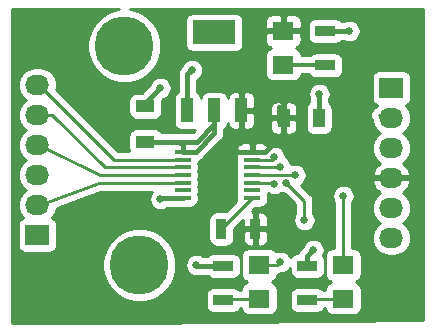
<source format=gbr>
G04 #@! TF.GenerationSoftware,KiCad,Pcbnew,(5.1.2-1)-1*
G04 #@! TF.CreationDate,2019-06-09T09:00:05+02:00*
G04 #@! TF.ProjectId,Level Shifter,4c657665-6c20-4536-9869-667465722e6b,rev?*
G04 #@! TF.SameCoordinates,Original*
G04 #@! TF.FileFunction,Copper,L1,Top*
G04 #@! TF.FilePolarity,Positive*
%FSLAX46Y46*%
G04 Gerber Fmt 4.6, Leading zero omitted, Abs format (unit mm)*
G04 Created by KiCad (PCBNEW (5.1.2-1)-1) date 2019-06-09 09:00:05*
%MOMM*%
%LPD*%
G04 APERTURE LIST*
%ADD10C,5.000000*%
%ADD11R,0.900000X1.700000*%
%ADD12R,1.600000X1.000000*%
%ADD13R,1.000000X1.600000*%
%ADD14R,3.657600X2.032000*%
%ADD15R,1.016000X2.032000*%
%ADD16R,2.032000X1.727200*%
%ADD17O,2.032000X1.727200*%
%ADD18R,1.700000X0.900000*%
%ADD19R,1.800860X1.597660*%
%ADD20R,1.450000X0.350000*%
%ADD21C,0.635000*%
%ADD22C,0.381000*%
%ADD23C,0.254000*%
%ADD24C,0.350000*%
G04 APERTURE END LIST*
D10*
X162560000Y-114300000D03*
X161290000Y-95758000D03*
D11*
X172392000Y-111252000D03*
X169492000Y-111252000D03*
D12*
X163068000Y-103862000D03*
X163068000Y-100862000D03*
D13*
X174776000Y-101854000D03*
X177776000Y-101854000D03*
D14*
X168910000Y-94615000D03*
D15*
X168910000Y-101219000D03*
X171196000Y-101219000D03*
X166624000Y-101219000D03*
D16*
X153924000Y-111760000D03*
D17*
X153924000Y-109220000D03*
X153924000Y-106680000D03*
X153924000Y-104140000D03*
X153924000Y-101600000D03*
X153924000Y-99060000D03*
D16*
X183896000Y-99314000D03*
D17*
X183896000Y-101854000D03*
X183896000Y-104394000D03*
X183896000Y-106934000D03*
X183896000Y-109474000D03*
X183896000Y-112014000D03*
D18*
X169672000Y-117274000D03*
X169672000Y-114374000D03*
X176784000Y-117274000D03*
X176784000Y-114374000D03*
D19*
X174752000Y-94488000D03*
X174752000Y-97327720D03*
X172720000Y-114300000D03*
X172720000Y-117139720D03*
X179832000Y-114300000D03*
X179832000Y-117139720D03*
D20*
X166214000Y-104730000D03*
X166214000Y-105380000D03*
X166214000Y-106030000D03*
X166214000Y-106680000D03*
X166214000Y-107330000D03*
X166214000Y-107980000D03*
X166214000Y-108630000D03*
X172114000Y-108630000D03*
X172114000Y-107980000D03*
X172114000Y-107330000D03*
X172114000Y-106680000D03*
X172114000Y-106030000D03*
X172114000Y-105380000D03*
X172114000Y-104730000D03*
D18*
X178308000Y-97388000D03*
X178308000Y-94488000D03*
D21*
X167005000Y-97790000D03*
X180340000Y-94488000D03*
X164338000Y-108712000D03*
X167386000Y-114300000D03*
X177292000Y-113030000D03*
X164338000Y-99314000D03*
X177800000Y-99822000D03*
X173990000Y-105156000D03*
X174498000Y-105991003D03*
X175006000Y-107324500D03*
X174498000Y-114046000D03*
X176530000Y-110490000D03*
X175768000Y-106680000D03*
X179832000Y-108458000D03*
X173990000Y-107442000D03*
D22*
X168910000Y-103140000D02*
X168910000Y-102616000D01*
X167320000Y-104730000D02*
X168910000Y-103140000D01*
X166214000Y-104730000D02*
X167320000Y-104730000D01*
X168910000Y-101727000D02*
X168910000Y-101219000D01*
X165902000Y-103862000D02*
X166214000Y-104174000D01*
X166214000Y-104174000D02*
X166214000Y-104730000D01*
X163068000Y-103862000D02*
X165902000Y-103862000D01*
X167410000Y-103862000D02*
X168910000Y-102362000D01*
X163068000Y-103862000D02*
X167410000Y-103862000D01*
X168910000Y-102362000D02*
X168910000Y-101219000D01*
X168910000Y-102616000D02*
X168910000Y-102362000D01*
X166624000Y-101219000D02*
X166624000Y-98171000D01*
X166624000Y-98171000D02*
X167005000Y-97790000D01*
D23*
X183997600Y-111760000D02*
X184150000Y-111760000D01*
D22*
X178308000Y-94488000D02*
X180340000Y-94488000D01*
X164420000Y-108630000D02*
X164338000Y-108712000D01*
X166214000Y-108630000D02*
X164420000Y-108630000D01*
X167460000Y-114374000D02*
X167386000Y-114300000D01*
X169672000Y-114374000D02*
X167460000Y-114374000D01*
X176784000Y-113538000D02*
X177292000Y-113030000D01*
X176784000Y-114374000D02*
X176784000Y-113538000D01*
X163068000Y-100584000D02*
X164338000Y-99314000D01*
X163068000Y-100862000D02*
X163068000Y-100584000D01*
X177776000Y-99846000D02*
X177800000Y-99822000D01*
X177776000Y-101854000D02*
X177776000Y-99846000D01*
X177120000Y-104095000D02*
X177165000Y-104140000D01*
X172114000Y-104730000D02*
X170098000Y-104730000D01*
X170098000Y-104730000D02*
X171196000Y-103632000D01*
X171196000Y-103632000D02*
X171196000Y-101219000D01*
X174395000Y-102146000D02*
X174395000Y-100965000D01*
X174776000Y-103035000D02*
X174776000Y-101854000D01*
X174776000Y-103174000D02*
X174776000Y-103035000D01*
X173220000Y-104730000D02*
X174776000Y-103174000D01*
X172114000Y-104730000D02*
X173220000Y-104730000D01*
D23*
X178247720Y-97327720D02*
X178308000Y-97388000D01*
D24*
X174752000Y-97327720D02*
X178247720Y-97327720D01*
D23*
X165235000Y-107330000D02*
X166214000Y-107330000D01*
X159116000Y-107330000D02*
X165235000Y-107330000D01*
X154076400Y-109220000D02*
X159116000Y-107330000D01*
X153924000Y-109220000D02*
X154076400Y-109220000D01*
X159258000Y-106680000D02*
X165235000Y-106680000D01*
X165235000Y-106680000D02*
X166214000Y-106680000D01*
X154076400Y-104140000D02*
X159258000Y-106680000D01*
X153924000Y-104140000D02*
X154076400Y-104140000D01*
X165235000Y-106030000D02*
X166214000Y-106030000D01*
X155194000Y-101600000D02*
X159624000Y-106030000D01*
X159624000Y-106030000D02*
X165235000Y-106030000D01*
X153924000Y-101600000D02*
X155194000Y-101600000D01*
X165235000Y-105380000D02*
X166214000Y-105380000D01*
X160396400Y-105380000D02*
X165235000Y-105380000D01*
X154076400Y-99060000D02*
X160396400Y-105380000D01*
X153924000Y-99060000D02*
X154076400Y-99060000D01*
X172114000Y-108630000D02*
X169492000Y-111252000D01*
X173766000Y-105380000D02*
X173990000Y-105156000D01*
X172114000Y-105380000D02*
X173766000Y-105380000D01*
X182880000Y-101600000D02*
X184150000Y-101600000D01*
X173951003Y-106030000D02*
X172114000Y-106030000D01*
X174498000Y-105991003D02*
X173951003Y-106030000D01*
X174244000Y-114300000D02*
X174498000Y-114046000D01*
X172720000Y-114300000D02*
X174244000Y-114300000D01*
X176530000Y-108848500D02*
X175006000Y-107324500D01*
X176530000Y-110490000D02*
X176530000Y-108848500D01*
X172114000Y-106680000D02*
X175768000Y-106680000D01*
X179832000Y-114300000D02*
X179832000Y-108458000D01*
X173878000Y-107330000D02*
X173990000Y-107442000D01*
X172114000Y-107330000D02*
X173878000Y-107330000D01*
X169806280Y-117139720D02*
X169672000Y-117274000D01*
X172720000Y-117139720D02*
X169806280Y-117139720D01*
X176918280Y-117139720D02*
X176784000Y-117274000D01*
X179832000Y-117139720D02*
X176918280Y-117139720D01*
G36*
X160375554Y-92743476D02*
G01*
X159805021Y-92979799D01*
X159291554Y-93322886D01*
X158854886Y-93759554D01*
X158511799Y-94273021D01*
X158275476Y-94843554D01*
X158155000Y-95449229D01*
X158155000Y-96066771D01*
X158275476Y-96672446D01*
X158511799Y-97242979D01*
X158854886Y-97756446D01*
X159291554Y-98193114D01*
X159805021Y-98536201D01*
X160375554Y-98772524D01*
X160981229Y-98893000D01*
X161598771Y-98893000D01*
X162204446Y-98772524D01*
X162774979Y-98536201D01*
X163288446Y-98193114D01*
X163725114Y-97756446D01*
X164068201Y-97242979D01*
X164304524Y-96672446D01*
X164425000Y-96066771D01*
X164425000Y-95449229D01*
X164304524Y-94843554D01*
X164068201Y-94273021D01*
X163725114Y-93759554D01*
X163564560Y-93599000D01*
X166443128Y-93599000D01*
X166443128Y-95631000D01*
X166455388Y-95755482D01*
X166491698Y-95875180D01*
X166550663Y-95985494D01*
X166630015Y-96082185D01*
X166726706Y-96161537D01*
X166837020Y-96220502D01*
X166956718Y-96256812D01*
X167081200Y-96269072D01*
X170738800Y-96269072D01*
X170863282Y-96256812D01*
X170982980Y-96220502D01*
X171093294Y-96161537D01*
X171189985Y-96082185D01*
X171269337Y-95985494D01*
X171328302Y-95875180D01*
X171364612Y-95755482D01*
X171376872Y-95631000D01*
X171376872Y-95286830D01*
X173213498Y-95286830D01*
X173225758Y-95411312D01*
X173262068Y-95531010D01*
X173321033Y-95641324D01*
X173400385Y-95738015D01*
X173497076Y-95817367D01*
X173607390Y-95876332D01*
X173711324Y-95907860D01*
X173607390Y-95939388D01*
X173497076Y-95998353D01*
X173400385Y-96077705D01*
X173321033Y-96174396D01*
X173262068Y-96284710D01*
X173225758Y-96404408D01*
X173213498Y-96528890D01*
X173213498Y-98126550D01*
X173225758Y-98251032D01*
X173262068Y-98370730D01*
X173321033Y-98481044D01*
X173400385Y-98577735D01*
X173497076Y-98657087D01*
X173607390Y-98716052D01*
X173727088Y-98752362D01*
X173851570Y-98764622D01*
X175652430Y-98764622D01*
X175776912Y-98752362D01*
X175896610Y-98716052D01*
X176006924Y-98657087D01*
X176103615Y-98577735D01*
X176182967Y-98481044D01*
X176241932Y-98370730D01*
X176278242Y-98251032D01*
X176289402Y-98137720D01*
X176898185Y-98137720D01*
X176927463Y-98192494D01*
X177006815Y-98289185D01*
X177103506Y-98368537D01*
X177213820Y-98427502D01*
X177333518Y-98463812D01*
X177458000Y-98476072D01*
X179158000Y-98476072D01*
X179282482Y-98463812D01*
X179402180Y-98427502D01*
X179512494Y-98368537D01*
X179609185Y-98289185D01*
X179688537Y-98192494D01*
X179747502Y-98082180D01*
X179783812Y-97962482D01*
X179796072Y-97838000D01*
X179796072Y-96938000D01*
X179783812Y-96813518D01*
X179747502Y-96693820D01*
X179688537Y-96583506D01*
X179609185Y-96486815D01*
X179512494Y-96407463D01*
X179402180Y-96348498D01*
X179282482Y-96312188D01*
X179158000Y-96299928D01*
X177458000Y-96299928D01*
X177333518Y-96312188D01*
X177213820Y-96348498D01*
X177103506Y-96407463D01*
X177006815Y-96486815D01*
X176981452Y-96517720D01*
X176289402Y-96517720D01*
X176278242Y-96404408D01*
X176241932Y-96284710D01*
X176182967Y-96174396D01*
X176103615Y-96077705D01*
X176006924Y-95998353D01*
X175896610Y-95939388D01*
X175792676Y-95907860D01*
X175896610Y-95876332D01*
X176006924Y-95817367D01*
X176103615Y-95738015D01*
X176182967Y-95641324D01*
X176241932Y-95531010D01*
X176278242Y-95411312D01*
X176290502Y-95286830D01*
X176287430Y-94773750D01*
X176128680Y-94615000D01*
X174879000Y-94615000D01*
X174879000Y-94635000D01*
X174625000Y-94635000D01*
X174625000Y-94615000D01*
X173375320Y-94615000D01*
X173216570Y-94773750D01*
X173213498Y-95286830D01*
X171376872Y-95286830D01*
X171376872Y-93689170D01*
X173213498Y-93689170D01*
X173216570Y-94202250D01*
X173375320Y-94361000D01*
X174625000Y-94361000D01*
X174625000Y-93212920D01*
X174879000Y-93212920D01*
X174879000Y-94361000D01*
X176128680Y-94361000D01*
X176287430Y-94202250D01*
X176288413Y-94038000D01*
X176819928Y-94038000D01*
X176819928Y-94938000D01*
X176832188Y-95062482D01*
X176868498Y-95182180D01*
X176927463Y-95292494D01*
X177006815Y-95389185D01*
X177103506Y-95468537D01*
X177213820Y-95527502D01*
X177333518Y-95563812D01*
X177458000Y-95576072D01*
X179158000Y-95576072D01*
X179282482Y-95563812D01*
X179402180Y-95527502D01*
X179512494Y-95468537D01*
X179609185Y-95389185D01*
X179671298Y-95313500D01*
X179860993Y-95313500D01*
X179888822Y-95332095D01*
X180062166Y-95403896D01*
X180246187Y-95440500D01*
X180433813Y-95440500D01*
X180617834Y-95403896D01*
X180791178Y-95332095D01*
X180947184Y-95227855D01*
X181079855Y-95095184D01*
X181184095Y-94939178D01*
X181255896Y-94765834D01*
X181292500Y-94581813D01*
X181292500Y-94394187D01*
X181255896Y-94210166D01*
X181184095Y-94036822D01*
X181079855Y-93880816D01*
X180947184Y-93748145D01*
X180791178Y-93643905D01*
X180617834Y-93572104D01*
X180433813Y-93535500D01*
X180246187Y-93535500D01*
X180062166Y-93572104D01*
X179888822Y-93643905D01*
X179860993Y-93662500D01*
X179671298Y-93662500D01*
X179609185Y-93586815D01*
X179512494Y-93507463D01*
X179402180Y-93448498D01*
X179282482Y-93412188D01*
X179158000Y-93399928D01*
X177458000Y-93399928D01*
X177333518Y-93412188D01*
X177213820Y-93448498D01*
X177103506Y-93507463D01*
X177006815Y-93586815D01*
X176927463Y-93683506D01*
X176868498Y-93793820D01*
X176832188Y-93913518D01*
X176819928Y-94038000D01*
X176288413Y-94038000D01*
X176290502Y-93689170D01*
X176278242Y-93564688D01*
X176241932Y-93444990D01*
X176182967Y-93334676D01*
X176103615Y-93237985D01*
X176006924Y-93158633D01*
X175896610Y-93099668D01*
X175776912Y-93063358D01*
X175652430Y-93051098D01*
X175037750Y-93054170D01*
X174879000Y-93212920D01*
X174625000Y-93212920D01*
X174466250Y-93054170D01*
X173851570Y-93051098D01*
X173727088Y-93063358D01*
X173607390Y-93099668D01*
X173497076Y-93158633D01*
X173400385Y-93237985D01*
X173321033Y-93334676D01*
X173262068Y-93444990D01*
X173225758Y-93564688D01*
X173213498Y-93689170D01*
X171376872Y-93689170D01*
X171376872Y-93599000D01*
X171364612Y-93474518D01*
X171328302Y-93354820D01*
X171269337Y-93244506D01*
X171189985Y-93147815D01*
X171093294Y-93068463D01*
X170982980Y-93009498D01*
X170863282Y-92973188D01*
X170738800Y-92960928D01*
X167081200Y-92960928D01*
X166956718Y-92973188D01*
X166837020Y-93009498D01*
X166726706Y-93068463D01*
X166630015Y-93147815D01*
X166550663Y-93244506D01*
X166491698Y-93354820D01*
X166455388Y-93474518D01*
X166443128Y-93599000D01*
X163564560Y-93599000D01*
X163288446Y-93322886D01*
X162774979Y-92979799D01*
X162204446Y-92743476D01*
X161774728Y-92658000D01*
X186563000Y-92658000D01*
X186563000Y-118999917D01*
X161987505Y-119178000D01*
X151765000Y-119178000D01*
X151765000Y-113991229D01*
X159425000Y-113991229D01*
X159425000Y-114608771D01*
X159545476Y-115214446D01*
X159781799Y-115784979D01*
X160124886Y-116298446D01*
X160561554Y-116735114D01*
X161075021Y-117078201D01*
X161645554Y-117314524D01*
X162251229Y-117435000D01*
X162868771Y-117435000D01*
X163474446Y-117314524D01*
X164044979Y-117078201D01*
X164425418Y-116824000D01*
X168183928Y-116824000D01*
X168183928Y-117724000D01*
X168196188Y-117848482D01*
X168232498Y-117968180D01*
X168291463Y-118078494D01*
X168370815Y-118175185D01*
X168467506Y-118254537D01*
X168577820Y-118313502D01*
X168697518Y-118349812D01*
X168822000Y-118362072D01*
X170522000Y-118362072D01*
X170646482Y-118349812D01*
X170766180Y-118313502D01*
X170876494Y-118254537D01*
X170973185Y-118175185D01*
X171052537Y-118078494D01*
X171111502Y-117968180D01*
X171131662Y-117901720D01*
X171181498Y-117901720D01*
X171181498Y-117938550D01*
X171193758Y-118063032D01*
X171230068Y-118182730D01*
X171289033Y-118293044D01*
X171368385Y-118389735D01*
X171465076Y-118469087D01*
X171575390Y-118528052D01*
X171695088Y-118564362D01*
X171819570Y-118576622D01*
X173620430Y-118576622D01*
X173744912Y-118564362D01*
X173864610Y-118528052D01*
X173974924Y-118469087D01*
X174071615Y-118389735D01*
X174150967Y-118293044D01*
X174209932Y-118182730D01*
X174246242Y-118063032D01*
X174258502Y-117938550D01*
X174258502Y-116824000D01*
X175295928Y-116824000D01*
X175295928Y-117724000D01*
X175308188Y-117848482D01*
X175344498Y-117968180D01*
X175403463Y-118078494D01*
X175482815Y-118175185D01*
X175579506Y-118254537D01*
X175689820Y-118313502D01*
X175809518Y-118349812D01*
X175934000Y-118362072D01*
X177634000Y-118362072D01*
X177758482Y-118349812D01*
X177878180Y-118313502D01*
X177988494Y-118254537D01*
X178085185Y-118175185D01*
X178164537Y-118078494D01*
X178223502Y-117968180D01*
X178243662Y-117901720D01*
X178293498Y-117901720D01*
X178293498Y-117938550D01*
X178305758Y-118063032D01*
X178342068Y-118182730D01*
X178401033Y-118293044D01*
X178480385Y-118389735D01*
X178577076Y-118469087D01*
X178687390Y-118528052D01*
X178807088Y-118564362D01*
X178931570Y-118576622D01*
X180732430Y-118576622D01*
X180856912Y-118564362D01*
X180976610Y-118528052D01*
X181086924Y-118469087D01*
X181183615Y-118389735D01*
X181262967Y-118293044D01*
X181321932Y-118182730D01*
X181358242Y-118063032D01*
X181370502Y-117938550D01*
X181370502Y-116340890D01*
X181358242Y-116216408D01*
X181321932Y-116096710D01*
X181262967Y-115986396D01*
X181183615Y-115889705D01*
X181086924Y-115810353D01*
X180976610Y-115751388D01*
X180872676Y-115719860D01*
X180976610Y-115688332D01*
X181086924Y-115629367D01*
X181183615Y-115550015D01*
X181262967Y-115453324D01*
X181321932Y-115343010D01*
X181358242Y-115223312D01*
X181370502Y-115098830D01*
X181370502Y-113501170D01*
X181358242Y-113376688D01*
X181321932Y-113256990D01*
X181262967Y-113146676D01*
X181183615Y-113049985D01*
X181086924Y-112970633D01*
X180976610Y-112911668D01*
X180856912Y-112875358D01*
X180732430Y-112863098D01*
X180594000Y-112863098D01*
X180594000Y-109474000D01*
X182237749Y-109474000D01*
X182266684Y-109767777D01*
X182352375Y-110050264D01*
X182491531Y-110310606D01*
X182678803Y-110538797D01*
X182906994Y-110726069D01*
X182940540Y-110744000D01*
X182906994Y-110761931D01*
X182678803Y-110949203D01*
X182491531Y-111177394D01*
X182352375Y-111437736D01*
X182266684Y-111720223D01*
X182237749Y-112014000D01*
X182266684Y-112307777D01*
X182352375Y-112590264D01*
X182491531Y-112850606D01*
X182678803Y-113078797D01*
X182906994Y-113266069D01*
X183167336Y-113405225D01*
X183449823Y-113490916D01*
X183669981Y-113512600D01*
X184122019Y-113512600D01*
X184342177Y-113490916D01*
X184624664Y-113405225D01*
X184885006Y-113266069D01*
X185113197Y-113078797D01*
X185300469Y-112850606D01*
X185439625Y-112590264D01*
X185525316Y-112307777D01*
X185554251Y-112014000D01*
X185525316Y-111720223D01*
X185439625Y-111437736D01*
X185300469Y-111177394D01*
X185113197Y-110949203D01*
X184885006Y-110761931D01*
X184851460Y-110744000D01*
X184885006Y-110726069D01*
X185113197Y-110538797D01*
X185300469Y-110310606D01*
X185439625Y-110050264D01*
X185525316Y-109767777D01*
X185554251Y-109474000D01*
X185525316Y-109180223D01*
X185439625Y-108897736D01*
X185300469Y-108637394D01*
X185113197Y-108409203D01*
X184885006Y-108221931D01*
X184845053Y-108200576D01*
X185047729Y-108052486D01*
X185246733Y-107836035D01*
X185399686Y-107584919D01*
X185500709Y-107308789D01*
X185503358Y-107293026D01*
X185382217Y-107061000D01*
X184023000Y-107061000D01*
X184023000Y-107081000D01*
X183769000Y-107081000D01*
X183769000Y-107061000D01*
X182409783Y-107061000D01*
X182288642Y-107293026D01*
X182291291Y-107308789D01*
X182392314Y-107584919D01*
X182545267Y-107836035D01*
X182744271Y-108052486D01*
X182946947Y-108200576D01*
X182906994Y-108221931D01*
X182678803Y-108409203D01*
X182491531Y-108637394D01*
X182352375Y-108897736D01*
X182266684Y-109180223D01*
X182237749Y-109474000D01*
X180594000Y-109474000D01*
X180594000Y-109032042D01*
X180676095Y-108909178D01*
X180747896Y-108735834D01*
X180784500Y-108551813D01*
X180784500Y-108364187D01*
X180747896Y-108180166D01*
X180676095Y-108006822D01*
X180571855Y-107850816D01*
X180439184Y-107718145D01*
X180283178Y-107613905D01*
X180109834Y-107542104D01*
X179925813Y-107505500D01*
X179738187Y-107505500D01*
X179554166Y-107542104D01*
X179380822Y-107613905D01*
X179224816Y-107718145D01*
X179092145Y-107850816D01*
X178987905Y-108006822D01*
X178916104Y-108180166D01*
X178879500Y-108364187D01*
X178879500Y-108551813D01*
X178916104Y-108735834D01*
X178987905Y-108909178D01*
X179070001Y-109032043D01*
X179070000Y-112863098D01*
X178931570Y-112863098D01*
X178807088Y-112875358D01*
X178687390Y-112911668D01*
X178577076Y-112970633D01*
X178480385Y-113049985D01*
X178401033Y-113146676D01*
X178342068Y-113256990D01*
X178305758Y-113376688D01*
X178293498Y-113501170D01*
X178293498Y-115098830D01*
X178305758Y-115223312D01*
X178342068Y-115343010D01*
X178401033Y-115453324D01*
X178480385Y-115550015D01*
X178577076Y-115629367D01*
X178687390Y-115688332D01*
X178791324Y-115719860D01*
X178687390Y-115751388D01*
X178577076Y-115810353D01*
X178480385Y-115889705D01*
X178401033Y-115986396D01*
X178342068Y-116096710D01*
X178305758Y-116216408D01*
X178293498Y-116340890D01*
X178293498Y-116377720D01*
X178089210Y-116377720D01*
X178085185Y-116372815D01*
X177988494Y-116293463D01*
X177878180Y-116234498D01*
X177758482Y-116198188D01*
X177634000Y-116185928D01*
X175934000Y-116185928D01*
X175809518Y-116198188D01*
X175689820Y-116234498D01*
X175579506Y-116293463D01*
X175482815Y-116372815D01*
X175403463Y-116469506D01*
X175344498Y-116579820D01*
X175308188Y-116699518D01*
X175295928Y-116824000D01*
X174258502Y-116824000D01*
X174258502Y-116340890D01*
X174246242Y-116216408D01*
X174209932Y-116096710D01*
X174150967Y-115986396D01*
X174071615Y-115889705D01*
X173974924Y-115810353D01*
X173864610Y-115751388D01*
X173760676Y-115719860D01*
X173864610Y-115688332D01*
X173974924Y-115629367D01*
X174071615Y-115550015D01*
X174150967Y-115453324D01*
X174209932Y-115343010D01*
X174246242Y-115223312D01*
X174258502Y-115098830D01*
X174258502Y-115064258D01*
X174281423Y-115062000D01*
X174281426Y-115062000D01*
X174393378Y-115050974D01*
X174537015Y-115007402D01*
X174553669Y-114998500D01*
X174591813Y-114998500D01*
X174775834Y-114961896D01*
X174949178Y-114890095D01*
X175105184Y-114785855D01*
X175237855Y-114653184D01*
X175295928Y-114566272D01*
X175295928Y-114824000D01*
X175308188Y-114948482D01*
X175344498Y-115068180D01*
X175403463Y-115178494D01*
X175482815Y-115275185D01*
X175579506Y-115354537D01*
X175689820Y-115413502D01*
X175809518Y-115449812D01*
X175934000Y-115462072D01*
X177634000Y-115462072D01*
X177758482Y-115449812D01*
X177878180Y-115413502D01*
X177988494Y-115354537D01*
X178085185Y-115275185D01*
X178164537Y-115178494D01*
X178223502Y-115068180D01*
X178259812Y-114948482D01*
X178272072Y-114824000D01*
X178272072Y-113924000D01*
X178259812Y-113799518D01*
X178223502Y-113679820D01*
X178164537Y-113569506D01*
X178116327Y-113510762D01*
X178136095Y-113481178D01*
X178207896Y-113307834D01*
X178244500Y-113123813D01*
X178244500Y-112936187D01*
X178207896Y-112752166D01*
X178136095Y-112578822D01*
X178031855Y-112422816D01*
X177899184Y-112290145D01*
X177743178Y-112185905D01*
X177569834Y-112114104D01*
X177385813Y-112077500D01*
X177198187Y-112077500D01*
X177014166Y-112114104D01*
X176840822Y-112185905D01*
X176684816Y-112290145D01*
X176552145Y-112422816D01*
X176447905Y-112578822D01*
X176376104Y-112752166D01*
X176369574Y-112784994D01*
X176228961Y-112925607D01*
X176197460Y-112951459D01*
X176171609Y-112982959D01*
X176094301Y-113077158D01*
X176017647Y-113220567D01*
X175997820Y-113285928D01*
X175934000Y-113285928D01*
X175809518Y-113298188D01*
X175689820Y-113334498D01*
X175579506Y-113393463D01*
X175482815Y-113472815D01*
X175403463Y-113569506D01*
X175362980Y-113645243D01*
X175342095Y-113594822D01*
X175237855Y-113438816D01*
X175105184Y-113306145D01*
X174949178Y-113201905D01*
X174775834Y-113130104D01*
X174591813Y-113093500D01*
X174404187Y-113093500D01*
X174220166Y-113130104D01*
X174156258Y-113156575D01*
X174150967Y-113146676D01*
X174071615Y-113049985D01*
X173974924Y-112970633D01*
X173864610Y-112911668D01*
X173744912Y-112875358D01*
X173620430Y-112863098D01*
X171819570Y-112863098D01*
X171695088Y-112875358D01*
X171575390Y-112911668D01*
X171465076Y-112970633D01*
X171368385Y-113049985D01*
X171289033Y-113146676D01*
X171230068Y-113256990D01*
X171193758Y-113376688D01*
X171181498Y-113501170D01*
X171181498Y-115098830D01*
X171193758Y-115223312D01*
X171230068Y-115343010D01*
X171289033Y-115453324D01*
X171368385Y-115550015D01*
X171465076Y-115629367D01*
X171575390Y-115688332D01*
X171679324Y-115719860D01*
X171575390Y-115751388D01*
X171465076Y-115810353D01*
X171368385Y-115889705D01*
X171289033Y-115986396D01*
X171230068Y-116096710D01*
X171193758Y-116216408D01*
X171181498Y-116340890D01*
X171181498Y-116377720D01*
X170977210Y-116377720D01*
X170973185Y-116372815D01*
X170876494Y-116293463D01*
X170766180Y-116234498D01*
X170646482Y-116198188D01*
X170522000Y-116185928D01*
X168822000Y-116185928D01*
X168697518Y-116198188D01*
X168577820Y-116234498D01*
X168467506Y-116293463D01*
X168370815Y-116372815D01*
X168291463Y-116469506D01*
X168232498Y-116579820D01*
X168196188Y-116699518D01*
X168183928Y-116824000D01*
X164425418Y-116824000D01*
X164558446Y-116735114D01*
X164995114Y-116298446D01*
X165338201Y-115784979D01*
X165574524Y-115214446D01*
X165695000Y-114608771D01*
X165695000Y-114206187D01*
X166433500Y-114206187D01*
X166433500Y-114393813D01*
X166470104Y-114577834D01*
X166541905Y-114751178D01*
X166646145Y-114907184D01*
X166778816Y-115039855D01*
X166934822Y-115144095D01*
X167108166Y-115215896D01*
X167292187Y-115252500D01*
X167479813Y-115252500D01*
X167663834Y-115215896D01*
X167703418Y-115199500D01*
X168308702Y-115199500D01*
X168370815Y-115275185D01*
X168467506Y-115354537D01*
X168577820Y-115413502D01*
X168697518Y-115449812D01*
X168822000Y-115462072D01*
X170522000Y-115462072D01*
X170646482Y-115449812D01*
X170766180Y-115413502D01*
X170876494Y-115354537D01*
X170973185Y-115275185D01*
X171052537Y-115178494D01*
X171111502Y-115068180D01*
X171147812Y-114948482D01*
X171160072Y-114824000D01*
X171160072Y-113924000D01*
X171147812Y-113799518D01*
X171111502Y-113679820D01*
X171052537Y-113569506D01*
X170973185Y-113472815D01*
X170876494Y-113393463D01*
X170766180Y-113334498D01*
X170646482Y-113298188D01*
X170522000Y-113285928D01*
X168822000Y-113285928D01*
X168697518Y-113298188D01*
X168577820Y-113334498D01*
X168467506Y-113393463D01*
X168370815Y-113472815D01*
X168308702Y-113548500D01*
X167975756Y-113548500D01*
X167837178Y-113455905D01*
X167663834Y-113384104D01*
X167479813Y-113347500D01*
X167292187Y-113347500D01*
X167108166Y-113384104D01*
X166934822Y-113455905D01*
X166778816Y-113560145D01*
X166646145Y-113692816D01*
X166541905Y-113848822D01*
X166470104Y-114022166D01*
X166433500Y-114206187D01*
X165695000Y-114206187D01*
X165695000Y-113991229D01*
X165574524Y-113385554D01*
X165338201Y-112815021D01*
X164995114Y-112301554D01*
X164558446Y-111864886D01*
X164044979Y-111521799D01*
X163474446Y-111285476D01*
X162868771Y-111165000D01*
X162251229Y-111165000D01*
X161645554Y-111285476D01*
X161075021Y-111521799D01*
X160561554Y-111864886D01*
X160124886Y-112301554D01*
X159781799Y-112815021D01*
X159545476Y-113385554D01*
X159425000Y-113991229D01*
X151765000Y-113991229D01*
X151765000Y-99060000D01*
X152265749Y-99060000D01*
X152294684Y-99353777D01*
X152380375Y-99636264D01*
X152519531Y-99896606D01*
X152706803Y-100124797D01*
X152934994Y-100312069D01*
X152968540Y-100330000D01*
X152934994Y-100347931D01*
X152706803Y-100535203D01*
X152519531Y-100763394D01*
X152380375Y-101023736D01*
X152294684Y-101306223D01*
X152265749Y-101600000D01*
X152294684Y-101893777D01*
X152380375Y-102176264D01*
X152519531Y-102436606D01*
X152706803Y-102664797D01*
X152934994Y-102852069D01*
X152968540Y-102870000D01*
X152934994Y-102887931D01*
X152706803Y-103075203D01*
X152519531Y-103303394D01*
X152380375Y-103563736D01*
X152294684Y-103846223D01*
X152265749Y-104140000D01*
X152294684Y-104433777D01*
X152380375Y-104716264D01*
X152519531Y-104976606D01*
X152706803Y-105204797D01*
X152934994Y-105392069D01*
X152968540Y-105410000D01*
X152934994Y-105427931D01*
X152706803Y-105615203D01*
X152519531Y-105843394D01*
X152380375Y-106103736D01*
X152294684Y-106386223D01*
X152265749Y-106680000D01*
X152294684Y-106973777D01*
X152380375Y-107256264D01*
X152519531Y-107516606D01*
X152706803Y-107744797D01*
X152934994Y-107932069D01*
X152968540Y-107950000D01*
X152934994Y-107967931D01*
X152706803Y-108155203D01*
X152519531Y-108383394D01*
X152380375Y-108643736D01*
X152294684Y-108926223D01*
X152265749Y-109220000D01*
X152294684Y-109513777D01*
X152380375Y-109796264D01*
X152519531Y-110056606D01*
X152706803Y-110284797D01*
X152714865Y-110291414D01*
X152663820Y-110306898D01*
X152553506Y-110365863D01*
X152456815Y-110445215D01*
X152377463Y-110541906D01*
X152318498Y-110652220D01*
X152282188Y-110771918D01*
X152269928Y-110896400D01*
X152269928Y-112623600D01*
X152282188Y-112748082D01*
X152318498Y-112867780D01*
X152377463Y-112978094D01*
X152456815Y-113074785D01*
X152553506Y-113154137D01*
X152663820Y-113213102D01*
X152783518Y-113249412D01*
X152908000Y-113261672D01*
X154940000Y-113261672D01*
X155064482Y-113249412D01*
X155184180Y-113213102D01*
X155294494Y-113154137D01*
X155391185Y-113074785D01*
X155470537Y-112978094D01*
X155529502Y-112867780D01*
X155565812Y-112748082D01*
X155578072Y-112623600D01*
X155578072Y-110896400D01*
X155565812Y-110771918D01*
X155529502Y-110652220D01*
X155470537Y-110541906D01*
X155391185Y-110445215D01*
X155338528Y-110402000D01*
X168403928Y-110402000D01*
X168403928Y-112102000D01*
X168416188Y-112226482D01*
X168452498Y-112346180D01*
X168511463Y-112456494D01*
X168590815Y-112553185D01*
X168687506Y-112632537D01*
X168797820Y-112691502D01*
X168917518Y-112727812D01*
X169042000Y-112740072D01*
X169942000Y-112740072D01*
X170066482Y-112727812D01*
X170186180Y-112691502D01*
X170296494Y-112632537D01*
X170393185Y-112553185D01*
X170472537Y-112456494D01*
X170531502Y-112346180D01*
X170567812Y-112226482D01*
X170580072Y-112102000D01*
X171303928Y-112102000D01*
X171316188Y-112226482D01*
X171352498Y-112346180D01*
X171411463Y-112456494D01*
X171490815Y-112553185D01*
X171587506Y-112632537D01*
X171697820Y-112691502D01*
X171817518Y-112727812D01*
X171942000Y-112740072D01*
X172106250Y-112737000D01*
X172265000Y-112578250D01*
X172265000Y-111379000D01*
X172519000Y-111379000D01*
X172519000Y-112578250D01*
X172677750Y-112737000D01*
X172842000Y-112740072D01*
X172966482Y-112727812D01*
X173086180Y-112691502D01*
X173196494Y-112632537D01*
X173293185Y-112553185D01*
X173372537Y-112456494D01*
X173431502Y-112346180D01*
X173467812Y-112226482D01*
X173480072Y-112102000D01*
X173477000Y-111537750D01*
X173318250Y-111379000D01*
X172519000Y-111379000D01*
X172265000Y-111379000D01*
X171465750Y-111379000D01*
X171307000Y-111537750D01*
X171303928Y-112102000D01*
X170580072Y-112102000D01*
X170580072Y-111241558D01*
X171304555Y-110517076D01*
X171307000Y-110966250D01*
X171465750Y-111125000D01*
X172265000Y-111125000D01*
X172265000Y-109925750D01*
X172519000Y-109925750D01*
X172519000Y-111125000D01*
X173318250Y-111125000D01*
X173477000Y-110966250D01*
X173480072Y-110402000D01*
X173467812Y-110277518D01*
X173431502Y-110157820D01*
X173372537Y-110047506D01*
X173293185Y-109950815D01*
X173196494Y-109871463D01*
X173086180Y-109812498D01*
X172966482Y-109776188D01*
X172842000Y-109763928D01*
X172677750Y-109767000D01*
X172519000Y-109925750D01*
X172265000Y-109925750D01*
X172106250Y-109767000D01*
X172055578Y-109766052D01*
X172378559Y-109443072D01*
X172839000Y-109443072D01*
X172963482Y-109430812D01*
X173083180Y-109394502D01*
X173193494Y-109335537D01*
X173290185Y-109256185D01*
X173369537Y-109159494D01*
X173428502Y-109049180D01*
X173464812Y-108929482D01*
X173477072Y-108805000D01*
X173477072Y-108455000D01*
X173464812Y-108330518D01*
X173457071Y-108305000D01*
X173464812Y-108279482D01*
X173468771Y-108239288D01*
X173538822Y-108286095D01*
X173712166Y-108357896D01*
X173896187Y-108394500D01*
X174083813Y-108394500D01*
X174267834Y-108357896D01*
X174441178Y-108286095D01*
X174593223Y-108184501D01*
X174728166Y-108240396D01*
X174873094Y-108269224D01*
X175768001Y-109164132D01*
X175768000Y-109915958D01*
X175685905Y-110038822D01*
X175614104Y-110212166D01*
X175577500Y-110396187D01*
X175577500Y-110583813D01*
X175614104Y-110767834D01*
X175685905Y-110941178D01*
X175790145Y-111097184D01*
X175922816Y-111229855D01*
X176078822Y-111334095D01*
X176252166Y-111405896D01*
X176436187Y-111442500D01*
X176623813Y-111442500D01*
X176807834Y-111405896D01*
X176981178Y-111334095D01*
X177137184Y-111229855D01*
X177269855Y-111097184D01*
X177374095Y-110941178D01*
X177445896Y-110767834D01*
X177482500Y-110583813D01*
X177482500Y-110396187D01*
X177445896Y-110212166D01*
X177374095Y-110038822D01*
X177292000Y-109915958D01*
X177292000Y-108885922D01*
X177295686Y-108848499D01*
X177290104Y-108791825D01*
X177280974Y-108699122D01*
X177237402Y-108555485D01*
X177166645Y-108423108D01*
X177071422Y-108307078D01*
X177042352Y-108283221D01*
X176257572Y-107498441D01*
X176375184Y-107419855D01*
X176507855Y-107287184D01*
X176612095Y-107131178D01*
X176683896Y-106957834D01*
X176720500Y-106773813D01*
X176720500Y-106586187D01*
X176683896Y-106402166D01*
X176612095Y-106228822D01*
X176507855Y-106072816D01*
X176375184Y-105940145D01*
X176219178Y-105835905D01*
X176045834Y-105764104D01*
X175861813Y-105727500D01*
X175674187Y-105727500D01*
X175490166Y-105764104D01*
X175429062Y-105789414D01*
X175413896Y-105713169D01*
X175342095Y-105539825D01*
X175237855Y-105383819D01*
X175105184Y-105251148D01*
X174949178Y-105146908D01*
X174942500Y-105144142D01*
X174942500Y-105062187D01*
X174905896Y-104878166D01*
X174834095Y-104704822D01*
X174729855Y-104548816D01*
X174597184Y-104416145D01*
X174441178Y-104311905D01*
X174267834Y-104240104D01*
X174083813Y-104203500D01*
X173896187Y-104203500D01*
X173712166Y-104240104D01*
X173538822Y-104311905D01*
X173447464Y-104372949D01*
X173424715Y-104301873D01*
X173364078Y-104192469D01*
X173283263Y-104096997D01*
X173185375Y-104019126D01*
X173074175Y-103961849D01*
X172953939Y-103927366D01*
X172829285Y-103917002D01*
X172399750Y-103920000D01*
X172241000Y-104078750D01*
X172241000Y-104566928D01*
X171987000Y-104566928D01*
X171987000Y-104078750D01*
X171828250Y-103920000D01*
X171398715Y-103917002D01*
X171274061Y-103927366D01*
X171153825Y-103961849D01*
X171042625Y-104019126D01*
X170944737Y-104096997D01*
X170863922Y-104192469D01*
X170803285Y-104301873D01*
X170765156Y-104421004D01*
X170754000Y-104523250D01*
X170912750Y-104682000D01*
X171025322Y-104682000D01*
X170937815Y-104753815D01*
X170917967Y-104778000D01*
X170912750Y-104778000D01*
X170754000Y-104936750D01*
X170765156Y-105038996D01*
X170770612Y-105056044D01*
X170763188Y-105080518D01*
X170750928Y-105205000D01*
X170750928Y-105555000D01*
X170763188Y-105679482D01*
X170770929Y-105705000D01*
X170763188Y-105730518D01*
X170750928Y-105855000D01*
X170750928Y-106205000D01*
X170763188Y-106329482D01*
X170770929Y-106355000D01*
X170763188Y-106380518D01*
X170750928Y-106505000D01*
X170750928Y-106855000D01*
X170763188Y-106979482D01*
X170770929Y-107005000D01*
X170763188Y-107030518D01*
X170750928Y-107155000D01*
X170750928Y-107505000D01*
X170763188Y-107629482D01*
X170770929Y-107655000D01*
X170763188Y-107680518D01*
X170750928Y-107805000D01*
X170750928Y-108155000D01*
X170763188Y-108279482D01*
X170770929Y-108305000D01*
X170763188Y-108330518D01*
X170750928Y-108455000D01*
X170750928Y-108805000D01*
X170760830Y-108905539D01*
X169902442Y-109763928D01*
X169042000Y-109763928D01*
X168917518Y-109776188D01*
X168797820Y-109812498D01*
X168687506Y-109871463D01*
X168590815Y-109950815D01*
X168511463Y-110047506D01*
X168452498Y-110157820D01*
X168416188Y-110277518D01*
X168403928Y-110402000D01*
X155338528Y-110402000D01*
X155294494Y-110365863D01*
X155184180Y-110306898D01*
X155133135Y-110291414D01*
X155141197Y-110284797D01*
X155328469Y-110056606D01*
X155467625Y-109796264D01*
X155553316Y-109513777D01*
X155556777Y-109478638D01*
X159254187Y-108092000D01*
X163610961Y-108092000D01*
X163598145Y-108104816D01*
X163493905Y-108260822D01*
X163422104Y-108434166D01*
X163385500Y-108618187D01*
X163385500Y-108805813D01*
X163422104Y-108989834D01*
X163493905Y-109163178D01*
X163598145Y-109319184D01*
X163730816Y-109451855D01*
X163886822Y-109556095D01*
X164060166Y-109627896D01*
X164244187Y-109664500D01*
X164431813Y-109664500D01*
X164615834Y-109627896D01*
X164789178Y-109556095D01*
X164939729Y-109455500D01*
X166254553Y-109455500D01*
X166375826Y-109443556D01*
X166377422Y-109443072D01*
X166939000Y-109443072D01*
X167063482Y-109430812D01*
X167183180Y-109394502D01*
X167293494Y-109335537D01*
X167390185Y-109256185D01*
X167469537Y-109159494D01*
X167528502Y-109049180D01*
X167564812Y-108929482D01*
X167577072Y-108805000D01*
X167577072Y-108455000D01*
X167564812Y-108330518D01*
X167557071Y-108305000D01*
X167564812Y-108279482D01*
X167577072Y-108155000D01*
X167577072Y-107805000D01*
X167564812Y-107680518D01*
X167557071Y-107655000D01*
X167564812Y-107629482D01*
X167577072Y-107505000D01*
X167577072Y-107155000D01*
X167564812Y-107030518D01*
X167557071Y-107005000D01*
X167564812Y-106979482D01*
X167577072Y-106855000D01*
X167577072Y-106505000D01*
X167564812Y-106380518D01*
X167557071Y-106355000D01*
X167564812Y-106329482D01*
X167577072Y-106205000D01*
X167577072Y-105855000D01*
X167564812Y-105730518D01*
X167557071Y-105705000D01*
X167564812Y-105679482D01*
X167577072Y-105555000D01*
X167577072Y-105514664D01*
X167637434Y-105496353D01*
X167780842Y-105419699D01*
X167906541Y-105316541D01*
X167932398Y-105285034D01*
X169465046Y-103752388D01*
X169496541Y-103726541D01*
X169522389Y-103695045D01*
X169522392Y-103695042D01*
X169599699Y-103600843D01*
X169676353Y-103457434D01*
X169684810Y-103429556D01*
X169723556Y-103301826D01*
X169735500Y-103180553D01*
X169735500Y-103180551D01*
X169739494Y-103140000D01*
X169735500Y-103099450D01*
X169735500Y-102785311D01*
X169772494Y-102765537D01*
X169869185Y-102686185D01*
X169948537Y-102589494D01*
X170007502Y-102479180D01*
X170043812Y-102359482D01*
X170053000Y-102266192D01*
X170062188Y-102359482D01*
X170098498Y-102479180D01*
X170157463Y-102589494D01*
X170236815Y-102686185D01*
X170333506Y-102765537D01*
X170443820Y-102824502D01*
X170563518Y-102860812D01*
X170688000Y-102873072D01*
X170910250Y-102870000D01*
X171069000Y-102711250D01*
X171069000Y-101346000D01*
X171323000Y-101346000D01*
X171323000Y-102711250D01*
X171481750Y-102870000D01*
X171704000Y-102873072D01*
X171828482Y-102860812D01*
X171948180Y-102824502D01*
X172058494Y-102765537D01*
X172155185Y-102686185D01*
X172181598Y-102654000D01*
X173637928Y-102654000D01*
X173650188Y-102778482D01*
X173686498Y-102898180D01*
X173745463Y-103008494D01*
X173824815Y-103105185D01*
X173921506Y-103184537D01*
X174031820Y-103243502D01*
X174151518Y-103279812D01*
X174276000Y-103292072D01*
X174490250Y-103289000D01*
X174649000Y-103130250D01*
X174649000Y-101981000D01*
X174903000Y-101981000D01*
X174903000Y-103130250D01*
X175061750Y-103289000D01*
X175276000Y-103292072D01*
X175400482Y-103279812D01*
X175520180Y-103243502D01*
X175630494Y-103184537D01*
X175727185Y-103105185D01*
X175806537Y-103008494D01*
X175865502Y-102898180D01*
X175901812Y-102778482D01*
X175914072Y-102654000D01*
X175911000Y-102139750D01*
X175752250Y-101981000D01*
X174903000Y-101981000D01*
X174649000Y-101981000D01*
X173799750Y-101981000D01*
X173641000Y-102139750D01*
X173637928Y-102654000D01*
X172181598Y-102654000D01*
X172234537Y-102589494D01*
X172293502Y-102479180D01*
X172329812Y-102359482D01*
X172342072Y-102235000D01*
X172339000Y-101504750D01*
X172180250Y-101346000D01*
X171323000Y-101346000D01*
X171069000Y-101346000D01*
X171049000Y-101346000D01*
X171049000Y-101092000D01*
X171069000Y-101092000D01*
X171069000Y-99726750D01*
X171323000Y-99726750D01*
X171323000Y-101092000D01*
X172180250Y-101092000D01*
X172218250Y-101054000D01*
X173637928Y-101054000D01*
X173641000Y-101568250D01*
X173799750Y-101727000D01*
X174649000Y-101727000D01*
X174649000Y-100577750D01*
X174903000Y-100577750D01*
X174903000Y-101727000D01*
X175752250Y-101727000D01*
X175911000Y-101568250D01*
X175914072Y-101054000D01*
X176637928Y-101054000D01*
X176637928Y-102654000D01*
X176650188Y-102778482D01*
X176686498Y-102898180D01*
X176745463Y-103008494D01*
X176824815Y-103105185D01*
X176921506Y-103184537D01*
X177031820Y-103243502D01*
X177151518Y-103279812D01*
X177276000Y-103292072D01*
X178276000Y-103292072D01*
X178400482Y-103279812D01*
X178520180Y-103243502D01*
X178630494Y-103184537D01*
X178727185Y-103105185D01*
X178806537Y-103008494D01*
X178865502Y-102898180D01*
X178901812Y-102778482D01*
X178914072Y-102654000D01*
X178914072Y-101600000D01*
X182114314Y-101600000D01*
X182129026Y-101749378D01*
X182172598Y-101893015D01*
X182243355Y-102025392D01*
X182256168Y-102041004D01*
X182266684Y-102147777D01*
X182352375Y-102430264D01*
X182491531Y-102690606D01*
X182678803Y-102918797D01*
X182906994Y-103106069D01*
X182940540Y-103124000D01*
X182906994Y-103141931D01*
X182678803Y-103329203D01*
X182491531Y-103557394D01*
X182352375Y-103817736D01*
X182266684Y-104100223D01*
X182237749Y-104394000D01*
X182266684Y-104687777D01*
X182352375Y-104970264D01*
X182491531Y-105230606D01*
X182678803Y-105458797D01*
X182906994Y-105646069D01*
X182946947Y-105667424D01*
X182744271Y-105815514D01*
X182545267Y-106031965D01*
X182392314Y-106283081D01*
X182291291Y-106559211D01*
X182288642Y-106574974D01*
X182409783Y-106807000D01*
X183769000Y-106807000D01*
X183769000Y-106787000D01*
X184023000Y-106787000D01*
X184023000Y-106807000D01*
X185382217Y-106807000D01*
X185503358Y-106574974D01*
X185500709Y-106559211D01*
X185399686Y-106283081D01*
X185246733Y-106031965D01*
X185047729Y-105815514D01*
X184845053Y-105667424D01*
X184885006Y-105646069D01*
X185113197Y-105458797D01*
X185300469Y-105230606D01*
X185439625Y-104970264D01*
X185525316Y-104687777D01*
X185554251Y-104394000D01*
X185525316Y-104100223D01*
X185439625Y-103817736D01*
X185300469Y-103557394D01*
X185113197Y-103329203D01*
X184885006Y-103141931D01*
X184851460Y-103124000D01*
X184885006Y-103106069D01*
X185113197Y-102918797D01*
X185300469Y-102690606D01*
X185439625Y-102430264D01*
X185525316Y-102147777D01*
X185554251Y-101854000D01*
X185525316Y-101560223D01*
X185439625Y-101277736D01*
X185300469Y-101017394D01*
X185113197Y-100789203D01*
X185105135Y-100782586D01*
X185156180Y-100767102D01*
X185266494Y-100708137D01*
X185363185Y-100628785D01*
X185442537Y-100532094D01*
X185501502Y-100421780D01*
X185537812Y-100302082D01*
X185550072Y-100177600D01*
X185550072Y-98450400D01*
X185537812Y-98325918D01*
X185501502Y-98206220D01*
X185442537Y-98095906D01*
X185363185Y-97999215D01*
X185266494Y-97919863D01*
X185156180Y-97860898D01*
X185036482Y-97824588D01*
X184912000Y-97812328D01*
X182880000Y-97812328D01*
X182755518Y-97824588D01*
X182635820Y-97860898D01*
X182525506Y-97919863D01*
X182428815Y-97999215D01*
X182349463Y-98095906D01*
X182290498Y-98206220D01*
X182254188Y-98325918D01*
X182241928Y-98450400D01*
X182241928Y-100177600D01*
X182254188Y-100302082D01*
X182290498Y-100421780D01*
X182349463Y-100532094D01*
X182428815Y-100628785D01*
X182525506Y-100708137D01*
X182635820Y-100767102D01*
X182686865Y-100782586D01*
X182678803Y-100789203D01*
X182596257Y-100889785D01*
X182586985Y-100892598D01*
X182454608Y-100963355D01*
X182338578Y-101058578D01*
X182243355Y-101174608D01*
X182172598Y-101306985D01*
X182129026Y-101450622D01*
X182114314Y-101600000D01*
X178914072Y-101600000D01*
X178914072Y-101054000D01*
X178901812Y-100929518D01*
X178865502Y-100809820D01*
X178806537Y-100699506D01*
X178727185Y-100602815D01*
X178630494Y-100523463D01*
X178601500Y-100507965D01*
X178601500Y-100336926D01*
X178644095Y-100273178D01*
X178715896Y-100099834D01*
X178752500Y-99915813D01*
X178752500Y-99728187D01*
X178715896Y-99544166D01*
X178644095Y-99370822D01*
X178539855Y-99214816D01*
X178407184Y-99082145D01*
X178251178Y-98977905D01*
X178077834Y-98906104D01*
X177893813Y-98869500D01*
X177706187Y-98869500D01*
X177522166Y-98906104D01*
X177348822Y-98977905D01*
X177192816Y-99082145D01*
X177060145Y-99214816D01*
X176955905Y-99370822D01*
X176884104Y-99544166D01*
X176847500Y-99728187D01*
X176847500Y-99915813D01*
X176884104Y-100099834D01*
X176950501Y-100260131D01*
X176950501Y-100507965D01*
X176921506Y-100523463D01*
X176824815Y-100602815D01*
X176745463Y-100699506D01*
X176686498Y-100809820D01*
X176650188Y-100929518D01*
X176637928Y-101054000D01*
X175914072Y-101054000D01*
X175901812Y-100929518D01*
X175865502Y-100809820D01*
X175806537Y-100699506D01*
X175727185Y-100602815D01*
X175630494Y-100523463D01*
X175520180Y-100464498D01*
X175400482Y-100428188D01*
X175276000Y-100415928D01*
X175061750Y-100419000D01*
X174903000Y-100577750D01*
X174649000Y-100577750D01*
X174490250Y-100419000D01*
X174276000Y-100415928D01*
X174151518Y-100428188D01*
X174031820Y-100464498D01*
X173921506Y-100523463D01*
X173824815Y-100602815D01*
X173745463Y-100699506D01*
X173686498Y-100809820D01*
X173650188Y-100929518D01*
X173637928Y-101054000D01*
X172218250Y-101054000D01*
X172339000Y-100933250D01*
X172342072Y-100203000D01*
X172329812Y-100078518D01*
X172293502Y-99958820D01*
X172234537Y-99848506D01*
X172155185Y-99751815D01*
X172058494Y-99672463D01*
X171948180Y-99613498D01*
X171828482Y-99577188D01*
X171704000Y-99564928D01*
X171481750Y-99568000D01*
X171323000Y-99726750D01*
X171069000Y-99726750D01*
X170910250Y-99568000D01*
X170688000Y-99564928D01*
X170563518Y-99577188D01*
X170443820Y-99613498D01*
X170333506Y-99672463D01*
X170236815Y-99751815D01*
X170157463Y-99848506D01*
X170098498Y-99958820D01*
X170062188Y-100078518D01*
X170053000Y-100171808D01*
X170043812Y-100078518D01*
X170007502Y-99958820D01*
X169948537Y-99848506D01*
X169869185Y-99751815D01*
X169772494Y-99672463D01*
X169662180Y-99613498D01*
X169542482Y-99577188D01*
X169418000Y-99564928D01*
X168402000Y-99564928D01*
X168277518Y-99577188D01*
X168157820Y-99613498D01*
X168047506Y-99672463D01*
X167950815Y-99751815D01*
X167871463Y-99848506D01*
X167812498Y-99958820D01*
X167776188Y-100078518D01*
X167767000Y-100171808D01*
X167757812Y-100078518D01*
X167721502Y-99958820D01*
X167662537Y-99848506D01*
X167583185Y-99751815D01*
X167486494Y-99672463D01*
X167449500Y-99652689D01*
X167449500Y-98636861D01*
X167456178Y-98634095D01*
X167612184Y-98529855D01*
X167744855Y-98397184D01*
X167849095Y-98241178D01*
X167920896Y-98067834D01*
X167957500Y-97883813D01*
X167957500Y-97696187D01*
X167920896Y-97512166D01*
X167849095Y-97338822D01*
X167744855Y-97182816D01*
X167612184Y-97050145D01*
X167456178Y-96945905D01*
X167282834Y-96874104D01*
X167098813Y-96837500D01*
X166911187Y-96837500D01*
X166727166Y-96874104D01*
X166553822Y-96945905D01*
X166397816Y-97050145D01*
X166265145Y-97182816D01*
X166160905Y-97338822D01*
X166089104Y-97512166D01*
X166082574Y-97544994D01*
X166068961Y-97558607D01*
X166037460Y-97584459D01*
X166011609Y-97615959D01*
X165934301Y-97710158D01*
X165857647Y-97853567D01*
X165810445Y-98009174D01*
X165794506Y-98171000D01*
X165798501Y-98211560D01*
X165798501Y-99652689D01*
X165761506Y-99672463D01*
X165664815Y-99751815D01*
X165585463Y-99848506D01*
X165526498Y-99958820D01*
X165490188Y-100078518D01*
X165477928Y-100203000D01*
X165477928Y-102235000D01*
X165490188Y-102359482D01*
X165526498Y-102479180D01*
X165585463Y-102589494D01*
X165664815Y-102686185D01*
X165761506Y-102765537D01*
X165871820Y-102824502D01*
X165991518Y-102860812D01*
X166116000Y-102873072D01*
X167132000Y-102873072D01*
X167242365Y-102862202D01*
X167068068Y-103036500D01*
X165942550Y-103036500D01*
X165902000Y-103032506D01*
X165861450Y-103036500D01*
X164414035Y-103036500D01*
X164398537Y-103007506D01*
X164319185Y-102910815D01*
X164222494Y-102831463D01*
X164112180Y-102772498D01*
X163992482Y-102736188D01*
X163868000Y-102723928D01*
X162268000Y-102723928D01*
X162143518Y-102736188D01*
X162023820Y-102772498D01*
X161913506Y-102831463D01*
X161816815Y-102910815D01*
X161737463Y-103007506D01*
X161678498Y-103117820D01*
X161642188Y-103237518D01*
X161629928Y-103362000D01*
X161629928Y-104362000D01*
X161642188Y-104486482D01*
X161678498Y-104606180D01*
X161684816Y-104618000D01*
X160712030Y-104618000D01*
X156456030Y-100362000D01*
X161629928Y-100362000D01*
X161629928Y-101362000D01*
X161642188Y-101486482D01*
X161678498Y-101606180D01*
X161737463Y-101716494D01*
X161816815Y-101813185D01*
X161913506Y-101892537D01*
X162023820Y-101951502D01*
X162143518Y-101987812D01*
X162268000Y-102000072D01*
X163868000Y-102000072D01*
X163992482Y-101987812D01*
X164112180Y-101951502D01*
X164222494Y-101892537D01*
X164319185Y-101813185D01*
X164398537Y-101716494D01*
X164457502Y-101606180D01*
X164493812Y-101486482D01*
X164506072Y-101362000D01*
X164506072Y-100362000D01*
X164501711Y-100317722D01*
X164583007Y-100236426D01*
X164615834Y-100229896D01*
X164789178Y-100158095D01*
X164945184Y-100053855D01*
X165077855Y-99921184D01*
X165182095Y-99765178D01*
X165253896Y-99591834D01*
X165290500Y-99407813D01*
X165290500Y-99220187D01*
X165253896Y-99036166D01*
X165182095Y-98862822D01*
X165077855Y-98706816D01*
X164945184Y-98574145D01*
X164789178Y-98469905D01*
X164615834Y-98398104D01*
X164431813Y-98361500D01*
X164244187Y-98361500D01*
X164060166Y-98398104D01*
X163886822Y-98469905D01*
X163730816Y-98574145D01*
X163598145Y-98706816D01*
X163493905Y-98862822D01*
X163422104Y-99036166D01*
X163415574Y-99068993D01*
X162760640Y-99723928D01*
X162268000Y-99723928D01*
X162143518Y-99736188D01*
X162023820Y-99772498D01*
X161913506Y-99831463D01*
X161816815Y-99910815D01*
X161737463Y-100007506D01*
X161678498Y-100117820D01*
X161642188Y-100237518D01*
X161629928Y-100362000D01*
X156456030Y-100362000D01*
X155528759Y-99434729D01*
X155553316Y-99353777D01*
X155582251Y-99060000D01*
X155553316Y-98766223D01*
X155467625Y-98483736D01*
X155328469Y-98223394D01*
X155141197Y-97995203D01*
X154913006Y-97807931D01*
X154652664Y-97668775D01*
X154370177Y-97583084D01*
X154150019Y-97561400D01*
X153697981Y-97561400D01*
X153477823Y-97583084D01*
X153195336Y-97668775D01*
X152934994Y-97807931D01*
X152706803Y-97995203D01*
X152519531Y-98223394D01*
X152380375Y-98483736D01*
X152294684Y-98766223D01*
X152265749Y-99060000D01*
X151765000Y-99060000D01*
X151765000Y-92658000D01*
X160805272Y-92658000D01*
X160375554Y-92743476D01*
X160375554Y-92743476D01*
G37*
X160375554Y-92743476D02*
X159805021Y-92979799D01*
X159291554Y-93322886D01*
X158854886Y-93759554D01*
X158511799Y-94273021D01*
X158275476Y-94843554D01*
X158155000Y-95449229D01*
X158155000Y-96066771D01*
X158275476Y-96672446D01*
X158511799Y-97242979D01*
X158854886Y-97756446D01*
X159291554Y-98193114D01*
X159805021Y-98536201D01*
X160375554Y-98772524D01*
X160981229Y-98893000D01*
X161598771Y-98893000D01*
X162204446Y-98772524D01*
X162774979Y-98536201D01*
X163288446Y-98193114D01*
X163725114Y-97756446D01*
X164068201Y-97242979D01*
X164304524Y-96672446D01*
X164425000Y-96066771D01*
X164425000Y-95449229D01*
X164304524Y-94843554D01*
X164068201Y-94273021D01*
X163725114Y-93759554D01*
X163564560Y-93599000D01*
X166443128Y-93599000D01*
X166443128Y-95631000D01*
X166455388Y-95755482D01*
X166491698Y-95875180D01*
X166550663Y-95985494D01*
X166630015Y-96082185D01*
X166726706Y-96161537D01*
X166837020Y-96220502D01*
X166956718Y-96256812D01*
X167081200Y-96269072D01*
X170738800Y-96269072D01*
X170863282Y-96256812D01*
X170982980Y-96220502D01*
X171093294Y-96161537D01*
X171189985Y-96082185D01*
X171269337Y-95985494D01*
X171328302Y-95875180D01*
X171364612Y-95755482D01*
X171376872Y-95631000D01*
X171376872Y-95286830D01*
X173213498Y-95286830D01*
X173225758Y-95411312D01*
X173262068Y-95531010D01*
X173321033Y-95641324D01*
X173400385Y-95738015D01*
X173497076Y-95817367D01*
X173607390Y-95876332D01*
X173711324Y-95907860D01*
X173607390Y-95939388D01*
X173497076Y-95998353D01*
X173400385Y-96077705D01*
X173321033Y-96174396D01*
X173262068Y-96284710D01*
X173225758Y-96404408D01*
X173213498Y-96528890D01*
X173213498Y-98126550D01*
X173225758Y-98251032D01*
X173262068Y-98370730D01*
X173321033Y-98481044D01*
X173400385Y-98577735D01*
X173497076Y-98657087D01*
X173607390Y-98716052D01*
X173727088Y-98752362D01*
X173851570Y-98764622D01*
X175652430Y-98764622D01*
X175776912Y-98752362D01*
X175896610Y-98716052D01*
X176006924Y-98657087D01*
X176103615Y-98577735D01*
X176182967Y-98481044D01*
X176241932Y-98370730D01*
X176278242Y-98251032D01*
X176289402Y-98137720D01*
X176898185Y-98137720D01*
X176927463Y-98192494D01*
X177006815Y-98289185D01*
X177103506Y-98368537D01*
X177213820Y-98427502D01*
X177333518Y-98463812D01*
X177458000Y-98476072D01*
X179158000Y-98476072D01*
X179282482Y-98463812D01*
X179402180Y-98427502D01*
X179512494Y-98368537D01*
X179609185Y-98289185D01*
X179688537Y-98192494D01*
X179747502Y-98082180D01*
X179783812Y-97962482D01*
X179796072Y-97838000D01*
X179796072Y-96938000D01*
X179783812Y-96813518D01*
X179747502Y-96693820D01*
X179688537Y-96583506D01*
X179609185Y-96486815D01*
X179512494Y-96407463D01*
X179402180Y-96348498D01*
X179282482Y-96312188D01*
X179158000Y-96299928D01*
X177458000Y-96299928D01*
X177333518Y-96312188D01*
X177213820Y-96348498D01*
X177103506Y-96407463D01*
X177006815Y-96486815D01*
X176981452Y-96517720D01*
X176289402Y-96517720D01*
X176278242Y-96404408D01*
X176241932Y-96284710D01*
X176182967Y-96174396D01*
X176103615Y-96077705D01*
X176006924Y-95998353D01*
X175896610Y-95939388D01*
X175792676Y-95907860D01*
X175896610Y-95876332D01*
X176006924Y-95817367D01*
X176103615Y-95738015D01*
X176182967Y-95641324D01*
X176241932Y-95531010D01*
X176278242Y-95411312D01*
X176290502Y-95286830D01*
X176287430Y-94773750D01*
X176128680Y-94615000D01*
X174879000Y-94615000D01*
X174879000Y-94635000D01*
X174625000Y-94635000D01*
X174625000Y-94615000D01*
X173375320Y-94615000D01*
X173216570Y-94773750D01*
X173213498Y-95286830D01*
X171376872Y-95286830D01*
X171376872Y-93689170D01*
X173213498Y-93689170D01*
X173216570Y-94202250D01*
X173375320Y-94361000D01*
X174625000Y-94361000D01*
X174625000Y-93212920D01*
X174879000Y-93212920D01*
X174879000Y-94361000D01*
X176128680Y-94361000D01*
X176287430Y-94202250D01*
X176288413Y-94038000D01*
X176819928Y-94038000D01*
X176819928Y-94938000D01*
X176832188Y-95062482D01*
X176868498Y-95182180D01*
X176927463Y-95292494D01*
X177006815Y-95389185D01*
X177103506Y-95468537D01*
X177213820Y-95527502D01*
X177333518Y-95563812D01*
X177458000Y-95576072D01*
X179158000Y-95576072D01*
X179282482Y-95563812D01*
X179402180Y-95527502D01*
X179512494Y-95468537D01*
X179609185Y-95389185D01*
X179671298Y-95313500D01*
X179860993Y-95313500D01*
X179888822Y-95332095D01*
X180062166Y-95403896D01*
X180246187Y-95440500D01*
X180433813Y-95440500D01*
X180617834Y-95403896D01*
X180791178Y-95332095D01*
X180947184Y-95227855D01*
X181079855Y-95095184D01*
X181184095Y-94939178D01*
X181255896Y-94765834D01*
X181292500Y-94581813D01*
X181292500Y-94394187D01*
X181255896Y-94210166D01*
X181184095Y-94036822D01*
X181079855Y-93880816D01*
X180947184Y-93748145D01*
X180791178Y-93643905D01*
X180617834Y-93572104D01*
X180433813Y-93535500D01*
X180246187Y-93535500D01*
X180062166Y-93572104D01*
X179888822Y-93643905D01*
X179860993Y-93662500D01*
X179671298Y-93662500D01*
X179609185Y-93586815D01*
X179512494Y-93507463D01*
X179402180Y-93448498D01*
X179282482Y-93412188D01*
X179158000Y-93399928D01*
X177458000Y-93399928D01*
X177333518Y-93412188D01*
X177213820Y-93448498D01*
X177103506Y-93507463D01*
X177006815Y-93586815D01*
X176927463Y-93683506D01*
X176868498Y-93793820D01*
X176832188Y-93913518D01*
X176819928Y-94038000D01*
X176288413Y-94038000D01*
X176290502Y-93689170D01*
X176278242Y-93564688D01*
X176241932Y-93444990D01*
X176182967Y-93334676D01*
X176103615Y-93237985D01*
X176006924Y-93158633D01*
X175896610Y-93099668D01*
X175776912Y-93063358D01*
X175652430Y-93051098D01*
X175037750Y-93054170D01*
X174879000Y-93212920D01*
X174625000Y-93212920D01*
X174466250Y-93054170D01*
X173851570Y-93051098D01*
X173727088Y-93063358D01*
X173607390Y-93099668D01*
X173497076Y-93158633D01*
X173400385Y-93237985D01*
X173321033Y-93334676D01*
X173262068Y-93444990D01*
X173225758Y-93564688D01*
X173213498Y-93689170D01*
X171376872Y-93689170D01*
X171376872Y-93599000D01*
X171364612Y-93474518D01*
X171328302Y-93354820D01*
X171269337Y-93244506D01*
X171189985Y-93147815D01*
X171093294Y-93068463D01*
X170982980Y-93009498D01*
X170863282Y-92973188D01*
X170738800Y-92960928D01*
X167081200Y-92960928D01*
X166956718Y-92973188D01*
X166837020Y-93009498D01*
X166726706Y-93068463D01*
X166630015Y-93147815D01*
X166550663Y-93244506D01*
X166491698Y-93354820D01*
X166455388Y-93474518D01*
X166443128Y-93599000D01*
X163564560Y-93599000D01*
X163288446Y-93322886D01*
X162774979Y-92979799D01*
X162204446Y-92743476D01*
X161774728Y-92658000D01*
X186563000Y-92658000D01*
X186563000Y-118999917D01*
X161987505Y-119178000D01*
X151765000Y-119178000D01*
X151765000Y-113991229D01*
X159425000Y-113991229D01*
X159425000Y-114608771D01*
X159545476Y-115214446D01*
X159781799Y-115784979D01*
X160124886Y-116298446D01*
X160561554Y-116735114D01*
X161075021Y-117078201D01*
X161645554Y-117314524D01*
X162251229Y-117435000D01*
X162868771Y-117435000D01*
X163474446Y-117314524D01*
X164044979Y-117078201D01*
X164425418Y-116824000D01*
X168183928Y-116824000D01*
X168183928Y-117724000D01*
X168196188Y-117848482D01*
X168232498Y-117968180D01*
X168291463Y-118078494D01*
X168370815Y-118175185D01*
X168467506Y-118254537D01*
X168577820Y-118313502D01*
X168697518Y-118349812D01*
X168822000Y-118362072D01*
X170522000Y-118362072D01*
X170646482Y-118349812D01*
X170766180Y-118313502D01*
X170876494Y-118254537D01*
X170973185Y-118175185D01*
X171052537Y-118078494D01*
X171111502Y-117968180D01*
X171131662Y-117901720D01*
X171181498Y-117901720D01*
X171181498Y-117938550D01*
X171193758Y-118063032D01*
X171230068Y-118182730D01*
X171289033Y-118293044D01*
X171368385Y-118389735D01*
X171465076Y-118469087D01*
X171575390Y-118528052D01*
X171695088Y-118564362D01*
X171819570Y-118576622D01*
X173620430Y-118576622D01*
X173744912Y-118564362D01*
X173864610Y-118528052D01*
X173974924Y-118469087D01*
X174071615Y-118389735D01*
X174150967Y-118293044D01*
X174209932Y-118182730D01*
X174246242Y-118063032D01*
X174258502Y-117938550D01*
X174258502Y-116824000D01*
X175295928Y-116824000D01*
X175295928Y-117724000D01*
X175308188Y-117848482D01*
X175344498Y-117968180D01*
X175403463Y-118078494D01*
X175482815Y-118175185D01*
X175579506Y-118254537D01*
X175689820Y-118313502D01*
X175809518Y-118349812D01*
X175934000Y-118362072D01*
X177634000Y-118362072D01*
X177758482Y-118349812D01*
X177878180Y-118313502D01*
X177988494Y-118254537D01*
X178085185Y-118175185D01*
X178164537Y-118078494D01*
X178223502Y-117968180D01*
X178243662Y-117901720D01*
X178293498Y-117901720D01*
X178293498Y-117938550D01*
X178305758Y-118063032D01*
X178342068Y-118182730D01*
X178401033Y-118293044D01*
X178480385Y-118389735D01*
X178577076Y-118469087D01*
X178687390Y-118528052D01*
X178807088Y-118564362D01*
X178931570Y-118576622D01*
X180732430Y-118576622D01*
X180856912Y-118564362D01*
X180976610Y-118528052D01*
X181086924Y-118469087D01*
X181183615Y-118389735D01*
X181262967Y-118293044D01*
X181321932Y-118182730D01*
X181358242Y-118063032D01*
X181370502Y-117938550D01*
X181370502Y-116340890D01*
X181358242Y-116216408D01*
X181321932Y-116096710D01*
X181262967Y-115986396D01*
X181183615Y-115889705D01*
X181086924Y-115810353D01*
X180976610Y-115751388D01*
X180872676Y-115719860D01*
X180976610Y-115688332D01*
X181086924Y-115629367D01*
X181183615Y-115550015D01*
X181262967Y-115453324D01*
X181321932Y-115343010D01*
X181358242Y-115223312D01*
X181370502Y-115098830D01*
X181370502Y-113501170D01*
X181358242Y-113376688D01*
X181321932Y-113256990D01*
X181262967Y-113146676D01*
X181183615Y-113049985D01*
X181086924Y-112970633D01*
X180976610Y-112911668D01*
X180856912Y-112875358D01*
X180732430Y-112863098D01*
X180594000Y-112863098D01*
X180594000Y-109474000D01*
X182237749Y-109474000D01*
X182266684Y-109767777D01*
X182352375Y-110050264D01*
X182491531Y-110310606D01*
X182678803Y-110538797D01*
X182906994Y-110726069D01*
X182940540Y-110744000D01*
X182906994Y-110761931D01*
X182678803Y-110949203D01*
X182491531Y-111177394D01*
X182352375Y-111437736D01*
X182266684Y-111720223D01*
X182237749Y-112014000D01*
X182266684Y-112307777D01*
X182352375Y-112590264D01*
X182491531Y-112850606D01*
X182678803Y-113078797D01*
X182906994Y-113266069D01*
X183167336Y-113405225D01*
X183449823Y-113490916D01*
X183669981Y-113512600D01*
X184122019Y-113512600D01*
X184342177Y-113490916D01*
X184624664Y-113405225D01*
X184885006Y-113266069D01*
X185113197Y-113078797D01*
X185300469Y-112850606D01*
X185439625Y-112590264D01*
X185525316Y-112307777D01*
X185554251Y-112014000D01*
X185525316Y-111720223D01*
X185439625Y-111437736D01*
X185300469Y-111177394D01*
X185113197Y-110949203D01*
X184885006Y-110761931D01*
X184851460Y-110744000D01*
X184885006Y-110726069D01*
X185113197Y-110538797D01*
X185300469Y-110310606D01*
X185439625Y-110050264D01*
X185525316Y-109767777D01*
X185554251Y-109474000D01*
X185525316Y-109180223D01*
X185439625Y-108897736D01*
X185300469Y-108637394D01*
X185113197Y-108409203D01*
X184885006Y-108221931D01*
X184845053Y-108200576D01*
X185047729Y-108052486D01*
X185246733Y-107836035D01*
X185399686Y-107584919D01*
X185500709Y-107308789D01*
X185503358Y-107293026D01*
X185382217Y-107061000D01*
X184023000Y-107061000D01*
X184023000Y-107081000D01*
X183769000Y-107081000D01*
X183769000Y-107061000D01*
X182409783Y-107061000D01*
X182288642Y-107293026D01*
X182291291Y-107308789D01*
X182392314Y-107584919D01*
X182545267Y-107836035D01*
X182744271Y-108052486D01*
X182946947Y-108200576D01*
X182906994Y-108221931D01*
X182678803Y-108409203D01*
X182491531Y-108637394D01*
X182352375Y-108897736D01*
X182266684Y-109180223D01*
X182237749Y-109474000D01*
X180594000Y-109474000D01*
X180594000Y-109032042D01*
X180676095Y-108909178D01*
X180747896Y-108735834D01*
X180784500Y-108551813D01*
X180784500Y-108364187D01*
X180747896Y-108180166D01*
X180676095Y-108006822D01*
X180571855Y-107850816D01*
X180439184Y-107718145D01*
X180283178Y-107613905D01*
X180109834Y-107542104D01*
X179925813Y-107505500D01*
X179738187Y-107505500D01*
X179554166Y-107542104D01*
X179380822Y-107613905D01*
X179224816Y-107718145D01*
X179092145Y-107850816D01*
X178987905Y-108006822D01*
X178916104Y-108180166D01*
X178879500Y-108364187D01*
X178879500Y-108551813D01*
X178916104Y-108735834D01*
X178987905Y-108909178D01*
X179070001Y-109032043D01*
X179070000Y-112863098D01*
X178931570Y-112863098D01*
X178807088Y-112875358D01*
X178687390Y-112911668D01*
X178577076Y-112970633D01*
X178480385Y-113049985D01*
X178401033Y-113146676D01*
X178342068Y-113256990D01*
X178305758Y-113376688D01*
X178293498Y-113501170D01*
X178293498Y-115098830D01*
X178305758Y-115223312D01*
X178342068Y-115343010D01*
X178401033Y-115453324D01*
X178480385Y-115550015D01*
X178577076Y-115629367D01*
X178687390Y-115688332D01*
X178791324Y-115719860D01*
X178687390Y-115751388D01*
X178577076Y-115810353D01*
X178480385Y-115889705D01*
X178401033Y-115986396D01*
X178342068Y-116096710D01*
X178305758Y-116216408D01*
X178293498Y-116340890D01*
X178293498Y-116377720D01*
X178089210Y-116377720D01*
X178085185Y-116372815D01*
X177988494Y-116293463D01*
X177878180Y-116234498D01*
X177758482Y-116198188D01*
X177634000Y-116185928D01*
X175934000Y-116185928D01*
X175809518Y-116198188D01*
X175689820Y-116234498D01*
X175579506Y-116293463D01*
X175482815Y-116372815D01*
X175403463Y-116469506D01*
X175344498Y-116579820D01*
X175308188Y-116699518D01*
X175295928Y-116824000D01*
X174258502Y-116824000D01*
X174258502Y-116340890D01*
X174246242Y-116216408D01*
X174209932Y-116096710D01*
X174150967Y-115986396D01*
X174071615Y-115889705D01*
X173974924Y-115810353D01*
X173864610Y-115751388D01*
X173760676Y-115719860D01*
X173864610Y-115688332D01*
X173974924Y-115629367D01*
X174071615Y-115550015D01*
X174150967Y-115453324D01*
X174209932Y-115343010D01*
X174246242Y-115223312D01*
X174258502Y-115098830D01*
X174258502Y-115064258D01*
X174281423Y-115062000D01*
X174281426Y-115062000D01*
X174393378Y-115050974D01*
X174537015Y-115007402D01*
X174553669Y-114998500D01*
X174591813Y-114998500D01*
X174775834Y-114961896D01*
X174949178Y-114890095D01*
X175105184Y-114785855D01*
X175237855Y-114653184D01*
X175295928Y-114566272D01*
X175295928Y-114824000D01*
X175308188Y-114948482D01*
X175344498Y-115068180D01*
X175403463Y-115178494D01*
X175482815Y-115275185D01*
X175579506Y-115354537D01*
X175689820Y-115413502D01*
X175809518Y-115449812D01*
X175934000Y-115462072D01*
X177634000Y-115462072D01*
X177758482Y-115449812D01*
X177878180Y-115413502D01*
X177988494Y-115354537D01*
X178085185Y-115275185D01*
X178164537Y-115178494D01*
X178223502Y-115068180D01*
X178259812Y-114948482D01*
X178272072Y-114824000D01*
X178272072Y-113924000D01*
X178259812Y-113799518D01*
X178223502Y-113679820D01*
X178164537Y-113569506D01*
X178116327Y-113510762D01*
X178136095Y-113481178D01*
X178207896Y-113307834D01*
X178244500Y-113123813D01*
X178244500Y-112936187D01*
X178207896Y-112752166D01*
X178136095Y-112578822D01*
X178031855Y-112422816D01*
X177899184Y-112290145D01*
X177743178Y-112185905D01*
X177569834Y-112114104D01*
X177385813Y-112077500D01*
X177198187Y-112077500D01*
X177014166Y-112114104D01*
X176840822Y-112185905D01*
X176684816Y-112290145D01*
X176552145Y-112422816D01*
X176447905Y-112578822D01*
X176376104Y-112752166D01*
X176369574Y-112784994D01*
X176228961Y-112925607D01*
X176197460Y-112951459D01*
X176171609Y-112982959D01*
X176094301Y-113077158D01*
X176017647Y-113220567D01*
X175997820Y-113285928D01*
X175934000Y-113285928D01*
X175809518Y-113298188D01*
X175689820Y-113334498D01*
X175579506Y-113393463D01*
X175482815Y-113472815D01*
X175403463Y-113569506D01*
X175362980Y-113645243D01*
X175342095Y-113594822D01*
X175237855Y-113438816D01*
X175105184Y-113306145D01*
X174949178Y-113201905D01*
X174775834Y-113130104D01*
X174591813Y-113093500D01*
X174404187Y-113093500D01*
X174220166Y-113130104D01*
X174156258Y-113156575D01*
X174150967Y-113146676D01*
X174071615Y-113049985D01*
X173974924Y-112970633D01*
X173864610Y-112911668D01*
X173744912Y-112875358D01*
X173620430Y-112863098D01*
X171819570Y-112863098D01*
X171695088Y-112875358D01*
X171575390Y-112911668D01*
X171465076Y-112970633D01*
X171368385Y-113049985D01*
X171289033Y-113146676D01*
X171230068Y-113256990D01*
X171193758Y-113376688D01*
X171181498Y-113501170D01*
X171181498Y-115098830D01*
X171193758Y-115223312D01*
X171230068Y-115343010D01*
X171289033Y-115453324D01*
X171368385Y-115550015D01*
X171465076Y-115629367D01*
X171575390Y-115688332D01*
X171679324Y-115719860D01*
X171575390Y-115751388D01*
X171465076Y-115810353D01*
X171368385Y-115889705D01*
X171289033Y-115986396D01*
X171230068Y-116096710D01*
X171193758Y-116216408D01*
X171181498Y-116340890D01*
X171181498Y-116377720D01*
X170977210Y-116377720D01*
X170973185Y-116372815D01*
X170876494Y-116293463D01*
X170766180Y-116234498D01*
X170646482Y-116198188D01*
X170522000Y-116185928D01*
X168822000Y-116185928D01*
X168697518Y-116198188D01*
X168577820Y-116234498D01*
X168467506Y-116293463D01*
X168370815Y-116372815D01*
X168291463Y-116469506D01*
X168232498Y-116579820D01*
X168196188Y-116699518D01*
X168183928Y-116824000D01*
X164425418Y-116824000D01*
X164558446Y-116735114D01*
X164995114Y-116298446D01*
X165338201Y-115784979D01*
X165574524Y-115214446D01*
X165695000Y-114608771D01*
X165695000Y-114206187D01*
X166433500Y-114206187D01*
X166433500Y-114393813D01*
X166470104Y-114577834D01*
X166541905Y-114751178D01*
X166646145Y-114907184D01*
X166778816Y-115039855D01*
X166934822Y-115144095D01*
X167108166Y-115215896D01*
X167292187Y-115252500D01*
X167479813Y-115252500D01*
X167663834Y-115215896D01*
X167703418Y-115199500D01*
X168308702Y-115199500D01*
X168370815Y-115275185D01*
X168467506Y-115354537D01*
X168577820Y-115413502D01*
X168697518Y-115449812D01*
X168822000Y-115462072D01*
X170522000Y-115462072D01*
X170646482Y-115449812D01*
X170766180Y-115413502D01*
X170876494Y-115354537D01*
X170973185Y-115275185D01*
X171052537Y-115178494D01*
X171111502Y-115068180D01*
X171147812Y-114948482D01*
X171160072Y-114824000D01*
X171160072Y-113924000D01*
X171147812Y-113799518D01*
X171111502Y-113679820D01*
X171052537Y-113569506D01*
X170973185Y-113472815D01*
X170876494Y-113393463D01*
X170766180Y-113334498D01*
X170646482Y-113298188D01*
X170522000Y-113285928D01*
X168822000Y-113285928D01*
X168697518Y-113298188D01*
X168577820Y-113334498D01*
X168467506Y-113393463D01*
X168370815Y-113472815D01*
X168308702Y-113548500D01*
X167975756Y-113548500D01*
X167837178Y-113455905D01*
X167663834Y-113384104D01*
X167479813Y-113347500D01*
X167292187Y-113347500D01*
X167108166Y-113384104D01*
X166934822Y-113455905D01*
X166778816Y-113560145D01*
X166646145Y-113692816D01*
X166541905Y-113848822D01*
X166470104Y-114022166D01*
X166433500Y-114206187D01*
X165695000Y-114206187D01*
X165695000Y-113991229D01*
X165574524Y-113385554D01*
X165338201Y-112815021D01*
X164995114Y-112301554D01*
X164558446Y-111864886D01*
X164044979Y-111521799D01*
X163474446Y-111285476D01*
X162868771Y-111165000D01*
X162251229Y-111165000D01*
X161645554Y-111285476D01*
X161075021Y-111521799D01*
X160561554Y-111864886D01*
X160124886Y-112301554D01*
X159781799Y-112815021D01*
X159545476Y-113385554D01*
X159425000Y-113991229D01*
X151765000Y-113991229D01*
X151765000Y-99060000D01*
X152265749Y-99060000D01*
X152294684Y-99353777D01*
X152380375Y-99636264D01*
X152519531Y-99896606D01*
X152706803Y-100124797D01*
X152934994Y-100312069D01*
X152968540Y-100330000D01*
X152934994Y-100347931D01*
X152706803Y-100535203D01*
X152519531Y-100763394D01*
X152380375Y-101023736D01*
X152294684Y-101306223D01*
X152265749Y-101600000D01*
X152294684Y-101893777D01*
X152380375Y-102176264D01*
X152519531Y-102436606D01*
X152706803Y-102664797D01*
X152934994Y-102852069D01*
X152968540Y-102870000D01*
X152934994Y-102887931D01*
X152706803Y-103075203D01*
X152519531Y-103303394D01*
X152380375Y-103563736D01*
X152294684Y-103846223D01*
X152265749Y-104140000D01*
X152294684Y-104433777D01*
X152380375Y-104716264D01*
X152519531Y-104976606D01*
X152706803Y-105204797D01*
X152934994Y-105392069D01*
X152968540Y-105410000D01*
X152934994Y-105427931D01*
X152706803Y-105615203D01*
X152519531Y-105843394D01*
X152380375Y-106103736D01*
X152294684Y-106386223D01*
X152265749Y-106680000D01*
X152294684Y-106973777D01*
X152380375Y-107256264D01*
X152519531Y-107516606D01*
X152706803Y-107744797D01*
X152934994Y-107932069D01*
X152968540Y-107950000D01*
X152934994Y-107967931D01*
X152706803Y-108155203D01*
X152519531Y-108383394D01*
X152380375Y-108643736D01*
X152294684Y-108926223D01*
X152265749Y-109220000D01*
X152294684Y-109513777D01*
X152380375Y-109796264D01*
X152519531Y-110056606D01*
X152706803Y-110284797D01*
X152714865Y-110291414D01*
X152663820Y-110306898D01*
X152553506Y-110365863D01*
X152456815Y-110445215D01*
X152377463Y-110541906D01*
X152318498Y-110652220D01*
X152282188Y-110771918D01*
X152269928Y-110896400D01*
X152269928Y-112623600D01*
X152282188Y-112748082D01*
X152318498Y-112867780D01*
X152377463Y-112978094D01*
X152456815Y-113074785D01*
X152553506Y-113154137D01*
X152663820Y-113213102D01*
X152783518Y-113249412D01*
X152908000Y-113261672D01*
X154940000Y-113261672D01*
X155064482Y-113249412D01*
X155184180Y-113213102D01*
X155294494Y-113154137D01*
X155391185Y-113074785D01*
X155470537Y-112978094D01*
X155529502Y-112867780D01*
X155565812Y-112748082D01*
X155578072Y-112623600D01*
X155578072Y-110896400D01*
X155565812Y-110771918D01*
X155529502Y-110652220D01*
X155470537Y-110541906D01*
X155391185Y-110445215D01*
X155338528Y-110402000D01*
X168403928Y-110402000D01*
X168403928Y-112102000D01*
X168416188Y-112226482D01*
X168452498Y-112346180D01*
X168511463Y-112456494D01*
X168590815Y-112553185D01*
X168687506Y-112632537D01*
X168797820Y-112691502D01*
X168917518Y-112727812D01*
X169042000Y-112740072D01*
X169942000Y-112740072D01*
X170066482Y-112727812D01*
X170186180Y-112691502D01*
X170296494Y-112632537D01*
X170393185Y-112553185D01*
X170472537Y-112456494D01*
X170531502Y-112346180D01*
X170567812Y-112226482D01*
X170580072Y-112102000D01*
X171303928Y-112102000D01*
X171316188Y-112226482D01*
X171352498Y-112346180D01*
X171411463Y-112456494D01*
X171490815Y-112553185D01*
X171587506Y-112632537D01*
X171697820Y-112691502D01*
X171817518Y-112727812D01*
X171942000Y-112740072D01*
X172106250Y-112737000D01*
X172265000Y-112578250D01*
X172265000Y-111379000D01*
X172519000Y-111379000D01*
X172519000Y-112578250D01*
X172677750Y-112737000D01*
X172842000Y-112740072D01*
X172966482Y-112727812D01*
X173086180Y-112691502D01*
X173196494Y-112632537D01*
X173293185Y-112553185D01*
X173372537Y-112456494D01*
X173431502Y-112346180D01*
X173467812Y-112226482D01*
X173480072Y-112102000D01*
X173477000Y-111537750D01*
X173318250Y-111379000D01*
X172519000Y-111379000D01*
X172265000Y-111379000D01*
X171465750Y-111379000D01*
X171307000Y-111537750D01*
X171303928Y-112102000D01*
X170580072Y-112102000D01*
X170580072Y-111241558D01*
X171304555Y-110517076D01*
X171307000Y-110966250D01*
X171465750Y-111125000D01*
X172265000Y-111125000D01*
X172265000Y-109925750D01*
X172519000Y-109925750D01*
X172519000Y-111125000D01*
X173318250Y-111125000D01*
X173477000Y-110966250D01*
X173480072Y-110402000D01*
X173467812Y-110277518D01*
X173431502Y-110157820D01*
X173372537Y-110047506D01*
X173293185Y-109950815D01*
X173196494Y-109871463D01*
X173086180Y-109812498D01*
X172966482Y-109776188D01*
X172842000Y-109763928D01*
X172677750Y-109767000D01*
X172519000Y-109925750D01*
X172265000Y-109925750D01*
X172106250Y-109767000D01*
X172055578Y-109766052D01*
X172378559Y-109443072D01*
X172839000Y-109443072D01*
X172963482Y-109430812D01*
X173083180Y-109394502D01*
X173193494Y-109335537D01*
X173290185Y-109256185D01*
X173369537Y-109159494D01*
X173428502Y-109049180D01*
X173464812Y-108929482D01*
X173477072Y-108805000D01*
X173477072Y-108455000D01*
X173464812Y-108330518D01*
X173457071Y-108305000D01*
X173464812Y-108279482D01*
X173468771Y-108239288D01*
X173538822Y-108286095D01*
X173712166Y-108357896D01*
X173896187Y-108394500D01*
X174083813Y-108394500D01*
X174267834Y-108357896D01*
X174441178Y-108286095D01*
X174593223Y-108184501D01*
X174728166Y-108240396D01*
X174873094Y-108269224D01*
X175768001Y-109164132D01*
X175768000Y-109915958D01*
X175685905Y-110038822D01*
X175614104Y-110212166D01*
X175577500Y-110396187D01*
X175577500Y-110583813D01*
X175614104Y-110767834D01*
X175685905Y-110941178D01*
X175790145Y-111097184D01*
X175922816Y-111229855D01*
X176078822Y-111334095D01*
X176252166Y-111405896D01*
X176436187Y-111442500D01*
X176623813Y-111442500D01*
X176807834Y-111405896D01*
X176981178Y-111334095D01*
X177137184Y-111229855D01*
X177269855Y-111097184D01*
X177374095Y-110941178D01*
X177445896Y-110767834D01*
X177482500Y-110583813D01*
X177482500Y-110396187D01*
X177445896Y-110212166D01*
X177374095Y-110038822D01*
X177292000Y-109915958D01*
X177292000Y-108885922D01*
X177295686Y-108848499D01*
X177290104Y-108791825D01*
X177280974Y-108699122D01*
X177237402Y-108555485D01*
X177166645Y-108423108D01*
X177071422Y-108307078D01*
X177042352Y-108283221D01*
X176257572Y-107498441D01*
X176375184Y-107419855D01*
X176507855Y-107287184D01*
X176612095Y-107131178D01*
X176683896Y-106957834D01*
X176720500Y-106773813D01*
X176720500Y-106586187D01*
X176683896Y-106402166D01*
X176612095Y-106228822D01*
X176507855Y-106072816D01*
X176375184Y-105940145D01*
X176219178Y-105835905D01*
X176045834Y-105764104D01*
X175861813Y-105727500D01*
X175674187Y-105727500D01*
X175490166Y-105764104D01*
X175429062Y-105789414D01*
X175413896Y-105713169D01*
X175342095Y-105539825D01*
X175237855Y-105383819D01*
X175105184Y-105251148D01*
X174949178Y-105146908D01*
X174942500Y-105144142D01*
X174942500Y-105062187D01*
X174905896Y-104878166D01*
X174834095Y-104704822D01*
X174729855Y-104548816D01*
X174597184Y-104416145D01*
X174441178Y-104311905D01*
X174267834Y-104240104D01*
X174083813Y-104203500D01*
X173896187Y-104203500D01*
X173712166Y-104240104D01*
X173538822Y-104311905D01*
X173447464Y-104372949D01*
X173424715Y-104301873D01*
X173364078Y-104192469D01*
X173283263Y-104096997D01*
X173185375Y-104019126D01*
X173074175Y-103961849D01*
X172953939Y-103927366D01*
X172829285Y-103917002D01*
X172399750Y-103920000D01*
X172241000Y-104078750D01*
X172241000Y-104566928D01*
X171987000Y-104566928D01*
X171987000Y-104078750D01*
X171828250Y-103920000D01*
X171398715Y-103917002D01*
X171274061Y-103927366D01*
X171153825Y-103961849D01*
X171042625Y-104019126D01*
X170944737Y-104096997D01*
X170863922Y-104192469D01*
X170803285Y-104301873D01*
X170765156Y-104421004D01*
X170754000Y-104523250D01*
X170912750Y-104682000D01*
X171025322Y-104682000D01*
X170937815Y-104753815D01*
X170917967Y-104778000D01*
X170912750Y-104778000D01*
X170754000Y-104936750D01*
X170765156Y-105038996D01*
X170770612Y-105056044D01*
X170763188Y-105080518D01*
X170750928Y-105205000D01*
X170750928Y-105555000D01*
X170763188Y-105679482D01*
X170770929Y-105705000D01*
X170763188Y-105730518D01*
X170750928Y-105855000D01*
X170750928Y-106205000D01*
X170763188Y-106329482D01*
X170770929Y-106355000D01*
X170763188Y-106380518D01*
X170750928Y-106505000D01*
X170750928Y-106855000D01*
X170763188Y-106979482D01*
X170770929Y-107005000D01*
X170763188Y-107030518D01*
X170750928Y-107155000D01*
X170750928Y-107505000D01*
X170763188Y-107629482D01*
X170770929Y-107655000D01*
X170763188Y-107680518D01*
X170750928Y-107805000D01*
X170750928Y-108155000D01*
X170763188Y-108279482D01*
X170770929Y-108305000D01*
X170763188Y-108330518D01*
X170750928Y-108455000D01*
X170750928Y-108805000D01*
X170760830Y-108905539D01*
X169902442Y-109763928D01*
X169042000Y-109763928D01*
X168917518Y-109776188D01*
X168797820Y-109812498D01*
X168687506Y-109871463D01*
X168590815Y-109950815D01*
X168511463Y-110047506D01*
X168452498Y-110157820D01*
X168416188Y-110277518D01*
X168403928Y-110402000D01*
X155338528Y-110402000D01*
X155294494Y-110365863D01*
X155184180Y-110306898D01*
X155133135Y-110291414D01*
X155141197Y-110284797D01*
X155328469Y-110056606D01*
X155467625Y-109796264D01*
X155553316Y-109513777D01*
X155556777Y-109478638D01*
X159254187Y-108092000D01*
X163610961Y-108092000D01*
X163598145Y-108104816D01*
X163493905Y-108260822D01*
X163422104Y-108434166D01*
X163385500Y-108618187D01*
X163385500Y-108805813D01*
X163422104Y-108989834D01*
X163493905Y-109163178D01*
X163598145Y-109319184D01*
X163730816Y-109451855D01*
X163886822Y-109556095D01*
X164060166Y-109627896D01*
X164244187Y-109664500D01*
X164431813Y-109664500D01*
X164615834Y-109627896D01*
X164789178Y-109556095D01*
X164939729Y-109455500D01*
X166254553Y-109455500D01*
X166375826Y-109443556D01*
X166377422Y-109443072D01*
X166939000Y-109443072D01*
X167063482Y-109430812D01*
X167183180Y-109394502D01*
X167293494Y-109335537D01*
X167390185Y-109256185D01*
X167469537Y-109159494D01*
X167528502Y-109049180D01*
X167564812Y-108929482D01*
X167577072Y-108805000D01*
X167577072Y-108455000D01*
X167564812Y-108330518D01*
X167557071Y-108305000D01*
X167564812Y-108279482D01*
X167577072Y-108155000D01*
X167577072Y-107805000D01*
X167564812Y-107680518D01*
X167557071Y-107655000D01*
X167564812Y-107629482D01*
X167577072Y-107505000D01*
X167577072Y-107155000D01*
X167564812Y-107030518D01*
X167557071Y-107005000D01*
X167564812Y-106979482D01*
X167577072Y-106855000D01*
X167577072Y-106505000D01*
X167564812Y-106380518D01*
X167557071Y-106355000D01*
X167564812Y-106329482D01*
X167577072Y-106205000D01*
X167577072Y-105855000D01*
X167564812Y-105730518D01*
X167557071Y-105705000D01*
X167564812Y-105679482D01*
X167577072Y-105555000D01*
X167577072Y-105514664D01*
X167637434Y-105496353D01*
X167780842Y-105419699D01*
X167906541Y-105316541D01*
X167932398Y-105285034D01*
X169465046Y-103752388D01*
X169496541Y-103726541D01*
X169522389Y-103695045D01*
X169522392Y-103695042D01*
X169599699Y-103600843D01*
X169676353Y-103457434D01*
X169684810Y-103429556D01*
X169723556Y-103301826D01*
X169735500Y-103180553D01*
X169735500Y-103180551D01*
X169739494Y-103140000D01*
X169735500Y-103099450D01*
X169735500Y-102785311D01*
X169772494Y-102765537D01*
X169869185Y-102686185D01*
X169948537Y-102589494D01*
X170007502Y-102479180D01*
X170043812Y-102359482D01*
X170053000Y-102266192D01*
X170062188Y-102359482D01*
X170098498Y-102479180D01*
X170157463Y-102589494D01*
X170236815Y-102686185D01*
X170333506Y-102765537D01*
X170443820Y-102824502D01*
X170563518Y-102860812D01*
X170688000Y-102873072D01*
X170910250Y-102870000D01*
X171069000Y-102711250D01*
X171069000Y-101346000D01*
X171323000Y-101346000D01*
X171323000Y-102711250D01*
X171481750Y-102870000D01*
X171704000Y-102873072D01*
X171828482Y-102860812D01*
X171948180Y-102824502D01*
X172058494Y-102765537D01*
X172155185Y-102686185D01*
X172181598Y-102654000D01*
X173637928Y-102654000D01*
X173650188Y-102778482D01*
X173686498Y-102898180D01*
X173745463Y-103008494D01*
X173824815Y-103105185D01*
X173921506Y-103184537D01*
X174031820Y-103243502D01*
X174151518Y-103279812D01*
X174276000Y-103292072D01*
X174490250Y-103289000D01*
X174649000Y-103130250D01*
X174649000Y-101981000D01*
X174903000Y-101981000D01*
X174903000Y-103130250D01*
X175061750Y-103289000D01*
X175276000Y-103292072D01*
X175400482Y-103279812D01*
X175520180Y-103243502D01*
X175630494Y-103184537D01*
X175727185Y-103105185D01*
X175806537Y-103008494D01*
X175865502Y-102898180D01*
X175901812Y-102778482D01*
X175914072Y-102654000D01*
X175911000Y-102139750D01*
X175752250Y-101981000D01*
X174903000Y-101981000D01*
X174649000Y-101981000D01*
X173799750Y-101981000D01*
X173641000Y-102139750D01*
X173637928Y-102654000D01*
X172181598Y-102654000D01*
X172234537Y-102589494D01*
X172293502Y-102479180D01*
X172329812Y-102359482D01*
X172342072Y-102235000D01*
X172339000Y-101504750D01*
X172180250Y-101346000D01*
X171323000Y-101346000D01*
X171069000Y-101346000D01*
X171049000Y-101346000D01*
X171049000Y-101092000D01*
X171069000Y-101092000D01*
X171069000Y-99726750D01*
X171323000Y-99726750D01*
X171323000Y-101092000D01*
X172180250Y-101092000D01*
X172218250Y-101054000D01*
X173637928Y-101054000D01*
X173641000Y-101568250D01*
X173799750Y-101727000D01*
X174649000Y-101727000D01*
X174649000Y-100577750D01*
X174903000Y-100577750D01*
X174903000Y-101727000D01*
X175752250Y-101727000D01*
X175911000Y-101568250D01*
X175914072Y-101054000D01*
X176637928Y-101054000D01*
X176637928Y-102654000D01*
X176650188Y-102778482D01*
X176686498Y-102898180D01*
X176745463Y-103008494D01*
X176824815Y-103105185D01*
X176921506Y-103184537D01*
X177031820Y-103243502D01*
X177151518Y-103279812D01*
X177276000Y-103292072D01*
X178276000Y-103292072D01*
X178400482Y-103279812D01*
X178520180Y-103243502D01*
X178630494Y-103184537D01*
X178727185Y-103105185D01*
X178806537Y-103008494D01*
X178865502Y-102898180D01*
X178901812Y-102778482D01*
X178914072Y-102654000D01*
X178914072Y-101600000D01*
X182114314Y-101600000D01*
X182129026Y-101749378D01*
X182172598Y-101893015D01*
X182243355Y-102025392D01*
X182256168Y-102041004D01*
X182266684Y-102147777D01*
X182352375Y-102430264D01*
X182491531Y-102690606D01*
X182678803Y-102918797D01*
X182906994Y-103106069D01*
X182940540Y-103124000D01*
X182906994Y-103141931D01*
X182678803Y-103329203D01*
X182491531Y-103557394D01*
X182352375Y-103817736D01*
X182266684Y-104100223D01*
X182237749Y-104394000D01*
X182266684Y-104687777D01*
X182352375Y-104970264D01*
X182491531Y-105230606D01*
X182678803Y-105458797D01*
X182906994Y-105646069D01*
X182946947Y-105667424D01*
X182744271Y-105815514D01*
X182545267Y-106031965D01*
X182392314Y-106283081D01*
X182291291Y-106559211D01*
X182288642Y-106574974D01*
X182409783Y-106807000D01*
X183769000Y-106807000D01*
X183769000Y-106787000D01*
X184023000Y-106787000D01*
X184023000Y-106807000D01*
X185382217Y-106807000D01*
X185503358Y-106574974D01*
X185500709Y-106559211D01*
X185399686Y-106283081D01*
X185246733Y-106031965D01*
X185047729Y-105815514D01*
X184845053Y-105667424D01*
X184885006Y-105646069D01*
X185113197Y-105458797D01*
X185300469Y-105230606D01*
X185439625Y-104970264D01*
X185525316Y-104687777D01*
X185554251Y-104394000D01*
X185525316Y-104100223D01*
X185439625Y-103817736D01*
X185300469Y-103557394D01*
X185113197Y-103329203D01*
X184885006Y-103141931D01*
X184851460Y-103124000D01*
X184885006Y-103106069D01*
X185113197Y-102918797D01*
X185300469Y-102690606D01*
X185439625Y-102430264D01*
X185525316Y-102147777D01*
X185554251Y-101854000D01*
X185525316Y-101560223D01*
X185439625Y-101277736D01*
X185300469Y-101017394D01*
X185113197Y-100789203D01*
X185105135Y-100782586D01*
X185156180Y-100767102D01*
X185266494Y-100708137D01*
X185363185Y-100628785D01*
X185442537Y-100532094D01*
X185501502Y-100421780D01*
X185537812Y-100302082D01*
X185550072Y-100177600D01*
X185550072Y-98450400D01*
X185537812Y-98325918D01*
X185501502Y-98206220D01*
X185442537Y-98095906D01*
X185363185Y-97999215D01*
X185266494Y-97919863D01*
X185156180Y-97860898D01*
X185036482Y-97824588D01*
X184912000Y-97812328D01*
X182880000Y-97812328D01*
X182755518Y-97824588D01*
X182635820Y-97860898D01*
X182525506Y-97919863D01*
X182428815Y-97999215D01*
X182349463Y-98095906D01*
X182290498Y-98206220D01*
X182254188Y-98325918D01*
X182241928Y-98450400D01*
X182241928Y-100177600D01*
X182254188Y-100302082D01*
X182290498Y-100421780D01*
X182349463Y-100532094D01*
X182428815Y-100628785D01*
X182525506Y-100708137D01*
X182635820Y-100767102D01*
X182686865Y-100782586D01*
X182678803Y-100789203D01*
X182596257Y-100889785D01*
X182586985Y-100892598D01*
X182454608Y-100963355D01*
X182338578Y-101058578D01*
X182243355Y-101174608D01*
X182172598Y-101306985D01*
X182129026Y-101450622D01*
X182114314Y-101600000D01*
X178914072Y-101600000D01*
X178914072Y-101054000D01*
X178901812Y-100929518D01*
X178865502Y-100809820D01*
X178806537Y-100699506D01*
X178727185Y-100602815D01*
X178630494Y-100523463D01*
X178601500Y-100507965D01*
X178601500Y-100336926D01*
X178644095Y-100273178D01*
X178715896Y-100099834D01*
X178752500Y-99915813D01*
X178752500Y-99728187D01*
X178715896Y-99544166D01*
X178644095Y-99370822D01*
X178539855Y-99214816D01*
X178407184Y-99082145D01*
X178251178Y-98977905D01*
X178077834Y-98906104D01*
X177893813Y-98869500D01*
X177706187Y-98869500D01*
X177522166Y-98906104D01*
X177348822Y-98977905D01*
X177192816Y-99082145D01*
X177060145Y-99214816D01*
X176955905Y-99370822D01*
X176884104Y-99544166D01*
X176847500Y-99728187D01*
X176847500Y-99915813D01*
X176884104Y-100099834D01*
X176950501Y-100260131D01*
X176950501Y-100507965D01*
X176921506Y-100523463D01*
X176824815Y-100602815D01*
X176745463Y-100699506D01*
X176686498Y-100809820D01*
X176650188Y-100929518D01*
X176637928Y-101054000D01*
X175914072Y-101054000D01*
X175901812Y-100929518D01*
X175865502Y-100809820D01*
X175806537Y-100699506D01*
X175727185Y-100602815D01*
X175630494Y-100523463D01*
X175520180Y-100464498D01*
X175400482Y-100428188D01*
X175276000Y-100415928D01*
X175061750Y-100419000D01*
X174903000Y-100577750D01*
X174649000Y-100577750D01*
X174490250Y-100419000D01*
X174276000Y-100415928D01*
X174151518Y-100428188D01*
X174031820Y-100464498D01*
X173921506Y-100523463D01*
X173824815Y-100602815D01*
X173745463Y-100699506D01*
X173686498Y-100809820D01*
X173650188Y-100929518D01*
X173637928Y-101054000D01*
X172218250Y-101054000D01*
X172339000Y-100933250D01*
X172342072Y-100203000D01*
X172329812Y-100078518D01*
X172293502Y-99958820D01*
X172234537Y-99848506D01*
X172155185Y-99751815D01*
X172058494Y-99672463D01*
X171948180Y-99613498D01*
X171828482Y-99577188D01*
X171704000Y-99564928D01*
X171481750Y-99568000D01*
X171323000Y-99726750D01*
X171069000Y-99726750D01*
X170910250Y-99568000D01*
X170688000Y-99564928D01*
X170563518Y-99577188D01*
X170443820Y-99613498D01*
X170333506Y-99672463D01*
X170236815Y-99751815D01*
X170157463Y-99848506D01*
X170098498Y-99958820D01*
X170062188Y-100078518D01*
X170053000Y-100171808D01*
X170043812Y-100078518D01*
X170007502Y-99958820D01*
X169948537Y-99848506D01*
X169869185Y-99751815D01*
X169772494Y-99672463D01*
X169662180Y-99613498D01*
X169542482Y-99577188D01*
X169418000Y-99564928D01*
X168402000Y-99564928D01*
X168277518Y-99577188D01*
X168157820Y-99613498D01*
X168047506Y-99672463D01*
X167950815Y-99751815D01*
X167871463Y-99848506D01*
X167812498Y-99958820D01*
X167776188Y-100078518D01*
X167767000Y-100171808D01*
X167757812Y-100078518D01*
X167721502Y-99958820D01*
X167662537Y-99848506D01*
X167583185Y-99751815D01*
X167486494Y-99672463D01*
X167449500Y-99652689D01*
X167449500Y-98636861D01*
X167456178Y-98634095D01*
X167612184Y-98529855D01*
X167744855Y-98397184D01*
X167849095Y-98241178D01*
X167920896Y-98067834D01*
X167957500Y-97883813D01*
X167957500Y-97696187D01*
X167920896Y-97512166D01*
X167849095Y-97338822D01*
X167744855Y-97182816D01*
X167612184Y-97050145D01*
X167456178Y-96945905D01*
X167282834Y-96874104D01*
X167098813Y-96837500D01*
X166911187Y-96837500D01*
X166727166Y-96874104D01*
X166553822Y-96945905D01*
X166397816Y-97050145D01*
X166265145Y-97182816D01*
X166160905Y-97338822D01*
X166089104Y-97512166D01*
X166082574Y-97544994D01*
X166068961Y-97558607D01*
X166037460Y-97584459D01*
X166011609Y-97615959D01*
X165934301Y-97710158D01*
X165857647Y-97853567D01*
X165810445Y-98009174D01*
X165794506Y-98171000D01*
X165798501Y-98211560D01*
X165798501Y-99652689D01*
X165761506Y-99672463D01*
X165664815Y-99751815D01*
X165585463Y-99848506D01*
X165526498Y-99958820D01*
X165490188Y-100078518D01*
X165477928Y-100203000D01*
X165477928Y-102235000D01*
X165490188Y-102359482D01*
X165526498Y-102479180D01*
X165585463Y-102589494D01*
X165664815Y-102686185D01*
X165761506Y-102765537D01*
X165871820Y-102824502D01*
X165991518Y-102860812D01*
X166116000Y-102873072D01*
X167132000Y-102873072D01*
X167242365Y-102862202D01*
X167068068Y-103036500D01*
X165942550Y-103036500D01*
X165902000Y-103032506D01*
X165861450Y-103036500D01*
X164414035Y-103036500D01*
X164398537Y-103007506D01*
X164319185Y-102910815D01*
X164222494Y-102831463D01*
X164112180Y-102772498D01*
X163992482Y-102736188D01*
X163868000Y-102723928D01*
X162268000Y-102723928D01*
X162143518Y-102736188D01*
X162023820Y-102772498D01*
X161913506Y-102831463D01*
X161816815Y-102910815D01*
X161737463Y-103007506D01*
X161678498Y-103117820D01*
X161642188Y-103237518D01*
X161629928Y-103362000D01*
X161629928Y-104362000D01*
X161642188Y-104486482D01*
X161678498Y-104606180D01*
X161684816Y-104618000D01*
X160712030Y-104618000D01*
X156456030Y-100362000D01*
X161629928Y-100362000D01*
X161629928Y-101362000D01*
X161642188Y-101486482D01*
X161678498Y-101606180D01*
X161737463Y-101716494D01*
X161816815Y-101813185D01*
X161913506Y-101892537D01*
X162023820Y-101951502D01*
X162143518Y-101987812D01*
X162268000Y-102000072D01*
X163868000Y-102000072D01*
X163992482Y-101987812D01*
X164112180Y-101951502D01*
X164222494Y-101892537D01*
X164319185Y-101813185D01*
X164398537Y-101716494D01*
X164457502Y-101606180D01*
X164493812Y-101486482D01*
X164506072Y-101362000D01*
X164506072Y-100362000D01*
X164501711Y-100317722D01*
X164583007Y-100236426D01*
X164615834Y-100229896D01*
X164789178Y-100158095D01*
X164945184Y-100053855D01*
X165077855Y-99921184D01*
X165182095Y-99765178D01*
X165253896Y-99591834D01*
X165290500Y-99407813D01*
X165290500Y-99220187D01*
X165253896Y-99036166D01*
X165182095Y-98862822D01*
X165077855Y-98706816D01*
X164945184Y-98574145D01*
X164789178Y-98469905D01*
X164615834Y-98398104D01*
X164431813Y-98361500D01*
X164244187Y-98361500D01*
X164060166Y-98398104D01*
X163886822Y-98469905D01*
X163730816Y-98574145D01*
X163598145Y-98706816D01*
X163493905Y-98862822D01*
X163422104Y-99036166D01*
X163415574Y-99068993D01*
X162760640Y-99723928D01*
X162268000Y-99723928D01*
X162143518Y-99736188D01*
X162023820Y-99772498D01*
X161913506Y-99831463D01*
X161816815Y-99910815D01*
X161737463Y-100007506D01*
X161678498Y-100117820D01*
X161642188Y-100237518D01*
X161629928Y-100362000D01*
X156456030Y-100362000D01*
X155528759Y-99434729D01*
X155553316Y-99353777D01*
X155582251Y-99060000D01*
X155553316Y-98766223D01*
X155467625Y-98483736D01*
X155328469Y-98223394D01*
X155141197Y-97995203D01*
X154913006Y-97807931D01*
X154652664Y-97668775D01*
X154370177Y-97583084D01*
X154150019Y-97561400D01*
X153697981Y-97561400D01*
X153477823Y-97583084D01*
X153195336Y-97668775D01*
X152934994Y-97807931D01*
X152706803Y-97995203D01*
X152519531Y-98223394D01*
X152380375Y-98483736D01*
X152294684Y-98766223D01*
X152265749Y-99060000D01*
X151765000Y-99060000D01*
X151765000Y-92658000D01*
X160805272Y-92658000D01*
X160375554Y-92743476D01*
M02*

</source>
